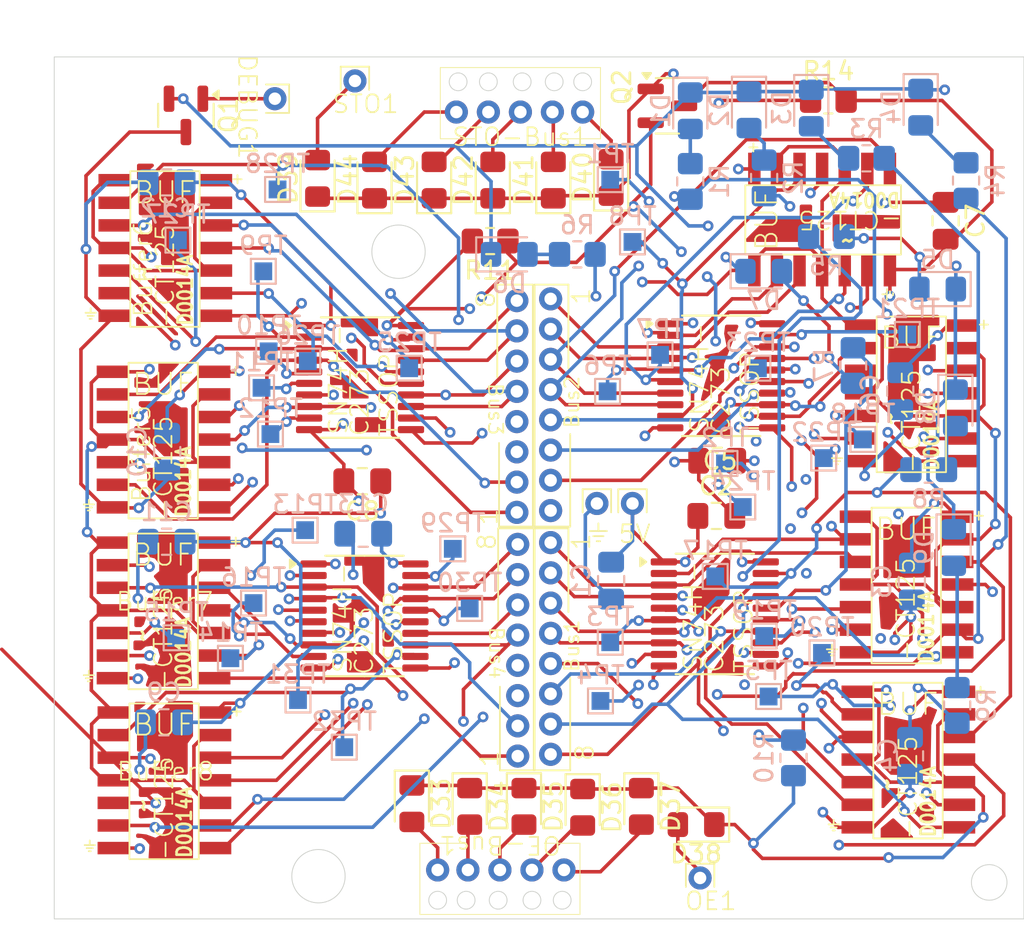
<source format=kicad_pcb>
(kicad_pcb (version 20240108) (generator "pcbnew") (generator_version "8.0")
  (layers (0 "F.Cu" signal) (1 "In1.Cu" signal) (2 "In2.Cu" signal) (31 "B.Cu" signal) (34 "B.Paste" user) (35 "F.Paste" user) (36 "B.SilkS" user "B.Silkscreen") (37 "F.SilkS" user "F.Silkscreen") (38 "B.Mask" user) (39 "F.Mask" user) (44 "Edge.Cuts" user))
  (net 0 "")
  (net 1 "D2")
  (net 2 "I3")
  (net 3 "I2")
  (net 4 "D3")
  (net 5 "I4")
  (net 6 "!OE")
  (net 7 "I1")
  (net 8 "D1")
  (net 9 "D4")
  (net 10 "GND")
  (net 11 "VCC")
  (net 12 "D5")
  (net 13 "D6")
  (net 14 "D8")
  (net 15 "I8")
  (net 16 "D7")
  (net 17 "I5")
  (net 18 "I7")
  (net 19 "I6")
  (net 20 "D11")
  (net 21 "D12")
  (net 22 "I9")
  (net 23 "D10")
  (net 24 "I12")
  (net 25 "D9")
  (net 26 "I10")
  (net 27 "I11")
  (net 28 "I15")
  (net 29 "D15")
  (net 30 "I16")
  (net 31 "I13")
  (net 32 "D14")
  (net 33 "I14")
  (net 34 "D16")
  (net 35 "D13")
  (net 36 "I17")
  (net 37 "I20")
  (net 38 "D18")
  (net 39 "D19")
  (net 40 "D17")
  (net 41 "I19")
  (net 42 "I18")
  (net 43 "D20")
  (net 44 "I22")
  (net 45 "D21")
  (net 46 "I23")
  (net 47 "D22")
  (net 48 "I24")
  (net 49 "D23")
  (net 50 "I21")
  (net 51 "D24")
  (net 52 "I26")
  (net 53 "I27")
  (net 54 "D28")
  (net 55 "I28")
  (net 56 "I25")
  (net 57 "D25")
  (net 58 "D26")
  (net 59 "D27")
  (net 60 "I31")
  (net 61 "I30")
  (net 62 "D30")
  (net 63 "I32")
  (net 64 "D32")
  (net 65 "D29")
  (net 66 "I29")
  (net 67 "D31")
  (net 68 "Net-(D1-A)")
  (net 69 "Net-(D1-K)")
  (net 70 "Net-(D2-A)")
  (net 71 "Net-(D3-A)")
  (net 72 "Net-(D4-A)")
  (net 73 "Net-(D5-A)")
  (net 74 "Net-(D6-A)")
  (net 75 "Net-(D7-A)")
  (net 76 "Net-(D8-A)")
  (net 77 "Net-(D9-A)")
  (net 78 "DEBUG")
  (net 79 "STO")
  (net 80 "Net-(D33-A)")
  (net 81 "Net-(D34-A)")
  (net 82 "Net-(D35-A)")
  (net 83 "Net-(D36-A)")
  (net 84 "Net-(D37-A)")
  (net 85 "Net-(D38-A)")
  (net 86 "Net-(D39-A)")
  (net 87 "Net-(D40-A)")
  (net 88 "Net-(D41-A)")
  (net 89 "Net-(D42-A)")
  (net 90 "Net-(D43-A)")
  (net 91 "Net-(D44-A)")
  (net 92 "STO_BUS")
  (footprint "Diode_SMD:D_0805_2012Metric_Pad1.15x1.40mm_HandSolder" (layer "F.Cu") (at 68.7 32.925 90)
    (property "Reference" "D42")
    (property "Value" "D")
  )
  (footprint "Other:SN74HC273 TSSOP" (layer "F.Cu") (at 81.24 57.585)
    (property "Reference" "Reg1" (hide yes))
    (property "Value" "~")
  )
  (footprint "Diode_SMD:D_0805_2012Metric_Pad1.15x1.40mm_HandSolder" (layer "F.Cu") (at 70.45 68.125 -90)
    (property "Reference" "D35")
    (property "Value" "D")
  )
  (footprint "Diode_SMD:D_0805_2012Metric_Pad1.15x1.40mm_HandSolder" (layer "F.Cu") (at 77.05 68.125 -90)
    (property "Reference" "D37")
    (property "Value" "D")
  )
  (footprint "Diode_SMD:D_0805_2012Metric_Pad1.15x1.40mm_HandSolder" (layer "F.Cu") (at 73.75 68.175 -90)
    (property "Reference" "D36")
    (property "Value" "D")
  )
  (footprint "Other:Single Bit Mini Bus" (layer "F.Cu") (at 56.45 28.35 180)
    (property "Reference" "DEBUG1")
    (property "Value" "~")
  )
  (footprint "Texas Instruments Logic Footprints:SNx4HCT125" (layer "F.Cu") (at 92.021 55.655)
    (property "Reference" "Buffer1" (hide yes))
    (property "Value" "~" (hide yes))
  )
  (footprint "Other:SN74HC273 TSSOP" (layer "F.Cu") (at 61.3 44.3)
    (property "Reference" "Reg3" (hide yes))
    (property "Value" "~")
  )
  (footprint "Other:Single Bit Mini Bus" (layer "F.Cu") (at 74.55 51.1 -90)
    (property "Reference" "0V1" (hide yes))
    (property "Value" "~")
  )
  (footprint "Texas Instruments Logic Footprints:SNx4HCT125" (layer "F.Cu") (at 92.306 44.91)
    (property "Reference" "Buffer4" (hide yes))
    (property "Value" "~")
  )
  (footprint "Other:5 Bit Bus With Passing Holes" (layer "F.Cu") (at 70.1 71.7 90)
    (property "Reference" "OE-Bus1")
    (property "Value" "~")
    (fp_circle (center -1.7 -4.5) (end -1.2 -4.5) (stroke (width 0.05)) (fill none) (layer "Edge.Cuts"))
    (fp_circle (center -1.7 -2.9) (end -1.2 -2.9) (stroke (width 0.05)) (fill none) (layer "Edge.Cuts"))
    (fp_circle (center -1.7 -1.1) (end -1.2 -1.1) (stroke (width 0.05)) (fill none) (layer "Edge.Cuts"))
    (fp_circle (center -1.7 0.8) (end -1.2 0.8) (stroke (width 0.05)) (fill none) (layer "Edge.Cuts"))
    (fp_circle (center -1.7 2.5) (end -1.2 2.5) (stroke (width 0.05)) (fill none) (layer "Edge.Cuts"))
  )
  (footprint "Diode_SMD:D_0805_2012Metric_Pad1.15x1.40mm_HandSolder" (layer "F.Cu") (at 75.35 32.775 90)
    (property "Reference" "D40")
    (property "Value" "D")
  )
  (footprint "Diode_SMD:D_0805_2012Metric_Pad1.15x1.40mm_HandSolder" (layer "F.Cu") (at 62.05 32.925 90)
    (property "Reference" "D44")
    (property "Value" "D")
  )
  (footprint "Texas Instruments Logic Footprints:SNx4HCT125" (layer "F.Cu") (at 92.121 65.495)
    (property "Reference" "Buffer2" (hide yes))
    (property "Value" "~")
  )
  (footprint "Texas Instruments Logic Footprints:SNx4HCT125" (layer "F.Cu") (at 87.21 35.079 90)
    (property "Reference" "Buffer3" (hide yes))
    (property "Value" "~")
  )
  (footprint "Diode_SMD:D_0805_2012Metric_Pad1.15x1.40mm_HandSolder" (layer "F.Cu") (at 67.4 68.125 -90)
    (property "Reference" "D34")
    (property "Value" "D")
  )
  (footprint "Package_TO_SOT_SMD:SOT-23" (layer "F.Cu") (at 78.5125 28.75)
    (property "Reference" "Q2")
    (property "Value" "BC818")
  )
  (footprint "Resistor_SMD:R_0805_2012Metric_Pad1.20x1.40mm_HandSolder" (layer "F.Cu") (at 68.55 36.35 180)
    (property "Reference" "R11")
    (property "Value" "300Ω")
  )
  (footprint "Diode_SMD:D_0805_2012Metric_Pad1.15x1.40mm_HandSolder" (layer "F.Cu") (at 58.85 32.825 90)
    (property "Reference" "D39")
    (property "Value" "D")
  )
  (footprint "Diode_SMD:D_0805_2012Metric_Pad1.15x1.40mm_HandSolder" (layer "F.Cu") (at 64.15 67.975 -90)
    (property "Reference" "D33")
    (property "Value" "D")
  )
  (footprint "Capacitor_SMD:C_0805_2012Metric_Pad1.18x1.45mm_HandSolder" (layer "F.Cu") (at 94.15 35.2125 -90)
    (property "Reference" "C7")
    (property "Value" "C_Small")
  )
  (footprint "Other:SN74HC273 TSSOP" (layer "F.Cu") (at 61.55 57.7)
    (property "Reference" "Reg4" (hide yes))
    (property "Value" "~")
  )
  (footprint "Other:8 Bit Bus Small" (layer "F.Cu") (at 70.1 59.5 180)
    (property "Reference" "Bus4")
    (property "Value" "~")
  )
  (footprint "Other:Single Bit Mini Bus" (layer "F.Cu") (at 60.95 27.35 -90)
    (property "Reference" "STO1")
    (property "Value" "~")
  )
  (footprint "Other:Single Bit Mini Bus" (layer "F.Cu") (at 76.55 51.1 -90)
    (property "Reference" "5V1" (hide yes))
    (property "Value" "~")
  )
  (footprint "Texas Instruments Logic Footprints:SNx4HCT125" (layer "F.Cu") (at 50.256 47.51)
    (property "Reference" "Buffer5")
    (property "Value" "~" (hide yes))
  )
  (footprint "Resistor_SMD:R_0805_2012Metric_Pad1.20x1.40mm_HandSolder" (layer "F.Cu") (at 87.56 28.445)
    (property "Reference" "R14")
    (property "Value" "300Ω")
  )
  (footprint "Other:8 Bit Bus Small" (layer "F.Cu") (at 71.95 45.4)
    (property "Reference" "Bus2")
    (property "Value" "~")
  )
  (footprint "Texas Instruments Logic Footprints:SNx4HCT125" (layer "F.Cu") (at 50.356 36.74)
    (property "Reference" "Buffer6")
    (property "Value" "~")
  )
  (footprint "Other:8 Bit Bus Small" (layer "F.Cu") (at 71.95 59.1)
    (property "Reference" "Bus1")
    (property "Value" "~")
  )
  (footprint "Other:SN74HC273 TSSOP" (layer "F.Cu") (at 81.6 44.2)
    (property "Reference" "Reg2" (hide yes))
    (property "Value" "~")
  )
  (footprint "Diode_SMD:D_0805_2012Metric_Pad1.15x1.40mm_HandSolder" (layer "F.Cu") (at 80.125 69.15 180)
    (property "Reference" "D38")
    (property "Value" "D")
  )
  (footprint "Diode_SMD:D_0805_2012Metric_Pad1.15x1.40mm_HandSolder" (layer "F.Cu") (at 65.4 32.925 90)
    (property "Reference" "D43")
    (property "Value" "D")
  )
  (footprint "Other:Single Bit Mini Bus" (layer "F.Cu") (at 80.35 72.15 -90)
    (property "Reference" "OE1")
    (property "Value" "~")
  )
  (footprint "Other:5 Bit Bus With Passing Holes" (layer "F.Cu") (at 69.25 29.1 -90)
    (property "Reference" "STO-Bus1")
    (property "Value" "~")
    (fp_circle (center -1.7 2.5) (end -1.2 2.5) (stroke (width 0.05)) (fill none) (layer "Edge.Cuts"))
    (fp_circle (center -1.7 0.8) (end -1.2 0.8) (stroke (width 0.05)) (fill none) (layer "Edge.Cuts"))
    (fp_circle (center -1.7 -1.1) (end -1.2 -1.1) (stroke (width 0.05)) (fill none) (layer "Edge.Cuts"))
    (fp_circle (center -1.7 -2.9) (end -1.2 -2.9) (stroke (width 0.05)) (fill none) (layer "Edge.Cuts"))
    (fp_circle (center -1.7 -4.5) (end -1.2 -4.5) (stroke (width 0.05)) (fill none) (layer "Edge.Cuts"))
  )
  (footprint "Texas Instruments Logic Footprints:SNx4HCT125" (layer "F.Cu") (at 50.306 66.66)
    (property "Reference" "Buffer8")
    (property "Value" "~")
  )
  (footprint "Capacitor_SMD:C_0805_2012Metric_Pad1.18x1.45mm_HandSolder" (layer "F.Cu") (at 61.3625 49.85 180)
    (property "Reference" "C8")
    (property "Value" "C_Small")
  )
  (footprint "Diode_SMD:D_0805_2012Metric_Pad1.15x1.40mm_HandSolder" (layer "F.Cu") (at 72.1 32.925 90)
    (property "Reference" "D41")
    (property "Value" "D")
  )
  (footprint "Other:8 Bit Bus Small" (layer "F.Cu") (at 70.05 45.8 180)
    (property "Reference" "Bus3")
    (property "Value" "~")
  )
  (footprint "Capacitor_SMD:C_0805_2012Metric_Pad1.18x1.45mm_HandSolder" (layer "F.Cu") (at 81.2625 51.8)
    (property "Reference" "C2")
    (property "Value" "C_Small")
  )
  (footprint "Texas Instruments Logic Footprints:SNx4HCT125" (layer "F.Cu") (at 50.256 57.11)
    (property "Reference" "Buffer7")
    (property "Value" "~")
  )
  (footprint "Capacitor_SMD:C_0805_2012Metric_Pad1.18x1.45mm_HandSolder" (layer "F.Cu") (at 81.3125 48.7 180)
    (property "Reference" "C5")
    (property "Value" "C_Small")
  )
  (footprint "Package_TO_SOT_SMD:SOT-23" (layer "F.Cu") (at 51.45 29.2875 -90)
    (property "Reference" "Q1")
    (property "Value" "BC818")
  )
  (footprint "LED_SMD:LED_0805_2012Metric_Pad1.15x1.40mm_HandSolder" (layer "B.Cu") (at 69.625 37.1)
    (property "Reference" "D6")
    (property "Value" "LED")
  )
  (footprint "TestPoint:TestPoint_Pad_1.0x1.0mm" (layer "B.Cu") (at 56.1 42.55 180)
    (property "Reference" "TP10")
    (property "Value" "TestPoint_Probe")
  )
  (footprint "TestPoint:TestPoint_Pad_1.0x1.0mm" (layer "B.Cu") (at 78.1 42.75 180)
    (property "Reference" "TP7")
    (property "Value" "TestPoint_Probe")
  )
  (footprint "TestPoint:TestPoint_Pad_1.0x1.0mm" (layer "B.Cu") (at 81.2 55.2 180)
    (property "Reference" "TP17")
    (property "Value" "TestPoint_Probe")
  )
  (footprint "Resistor_SMD:R_0805_2012Metric_Pad1.20x1.40mm_HandSolder" (layer "B.Cu") (at 89.7 31.7 180)
    (property "Reference" "R3")
    (property "Value" "300Ω")
  )
  (footprint "Resistor_SMD:R_0805_2012Metric_Pad1.20x1.40mm_HandSolder" (layer "B.Cu") (at 87.45 36.1)
    (property "Reference" "R5")
    (property "Value" "300Ω")
  )
  (footprint "TestPoint:TestPoint_Pad_1.0x1.0mm" (layer "B.Cu") (at 55.7 44.6 180)
    (property "Reference" "TP11")
    (property "Value" "TestPoint_Probe")
  )
  (footprint "TestPoint:TestPoint_Pad_1.0x1.0mm" (layer "B.Cu") (at 75.3 32.9 180)
    (property "Reference" "TP1")
    (property "Value" "TestPoint_Probe")
  )
  (footprint "LED_SMD:LED_0805_2012Metric_Pad1.15x1.40mm_HandSolder" (layer "B.Cu") (at 79.8 29.025 -90)
    (property "Reference" "D1")
    (property "Value" "LED")
  )
  (footprint "LED_SMD:LED_0805_2012Metric_Pad1.15x1.40mm_HandSolder" (layer "B.Cu") (at 92.75 28.825 -90)
    (property "Reference" "D4")
    (property "Value" "LED")
  )
  (footprint "Capacitor_SMD:C_0805_2012Metric_Pad1.18x1.45mm_HandSolder" (layer "B.Cu") (at 50.3625 33.05 180)
    (property "Reference" "C12")
    (property "Value" "C_Small")
  )
  (footprint "TestPoint:TestPoint_Pad_1.0x1.0mm" (layer "B.Cu") (at 57.75 62.15 180)
    (property "Reference" "TP31")
    (property "Value" "TestPoint_Probe")
  )
  (footprint "Capacitor_SMD:C_0805_2012Metric_Pad1.18x1.45mm_HandSolder" (layer "B.Cu") (at 61.4125 52.8 180)
    (property "Reference" "C13")
    (property "Value" "C_Small")
  )
  (footprint "TestPoint:TestPoint_Pad_1.0x1.0mm" (layer "B.Cu") (at 55.8 38.05 180)
    (property "Reference" "TP9")
    (property "Value" "TestPoint_Probe")
  )
  (footprint "TestPoint:TestPoint_Pad_1.0x1.0mm" (layer "B.Cu") (at 67.4 57 180)
    (property "Reference" "TP30")
    (property "Value" "TestPoint_Probe")
  )
  (footprint "Resistor_SMD:R_0805_2012Metric_Pad1.20x1.40mm_HandSolder" (layer "B.Cu") (at 88.95 43.35 -90)
    (property "Reference" "R7")
    (property "Value" "300Ω")
  )
  (footprint "Resistor_SMD:R_0805_2012Metric_Pad1.20x1.40mm_HandSolder" (layer "B.Cu") (at 93.2 49.2)
    (property "Reference" "R8")
    (property "Value" "300Ω")
  )
  (footprint "TestPoint:TestPoint_Pad_1.0x1.0mm" (layer "B.Cu") (at 56.6 33.45 180)
    (property "Reference" "TP28")
    (property "Value" "TestPoint_Probe")
  )
  (footprint "Capacitor_SMD:C_0805_2012Metric_Pad1.18x1.45mm_HandSolder" (layer "B.Cu") (at 50.2125 63.4 180)
    (property "Reference" "C9")
    (property "Value" "C_Small")
  )
  (footprint "Capacitor_SMD:C_0805_2012Metric_Pad1.18x1.45mm_HandSolder" (layer "B.Cu") (at 92.15 65.2875 -90)
    (property "Reference" "C4")
    (property "Value" "C_Small")
  )
  (footprint "TestPoint:TestPoint_Pad_1.0x1.0mm" (layer "B.Cu") (at 74.75 62.2 180)
    (property "Reference" "TP4")
    (property "Value" "TestPoint_Probe")
  )
  (footprint "TestPoint:TestPoint_Pad_1.0x1.0mm" (layer "B.Cu") (at 87.3 48.55 180)
    (property "Reference" "TP22")
    (property "Value" "TestPoint_Probe")
  )
  (footprint "Capacitor_SMD:C_0805_2012Metric_Pad1.18x1.45mm_HandSolder" (layer "B.Cu") (at 92.25 55.4875 -90)
    (property "Reference" "C3")
    (property "Value" "C_Small")
  )
  (footprint "TestPoint:TestPoint_Pad_1.0x1.0mm" (layer "B.Cu") (at 81.75 48.85 180)
    (property "Reference" "TP2")
    (property "Value" "TestPoint_Probe")
  )
  (footprint "TestPoint:TestPoint_Pad_1.0x1.0mm" (layer "B.Cu") (at 56.2 47.2 180)
    (property "Reference" "TP12")
    (property "Value" "TestPoint_Probe")
  )
  (footprint "TestPoint:TestPoint_Pad_1.0x1.0mm" (layer "B.Cu") (at 84.2 61.95 180)
    (property "Reference" "TP5")
    (property "Value" "TestPoint_Probe")
  )
  (footprint "TestPoint:TestPoint_Pad_1.0x1.0mm" (layer "B.Cu") (at 50.9 58.65 180)
    (property "Reference" "TP15")
    (property "Value" "TestPoint_Probe")
  )
  (footprint "Capacitor_SMD:C_0805_2012Metric_Pad1.18x1.45mm_HandSolder" (layer "B.Cu") (at 50.3625 53.25 180)
    (property "Reference" "C11")
    (property "Value" "C_Small")
  )
  (footprint "TestPoint:TestPoint_Pad_1.0x1.0mm" (layer "B.Cu") (at 60.35 64.8 180)
    (property "Reference" "TP32")
    (property "Value" "TestPoint_Probe")
  )
  (footprint "TestPoint:TestPoint_Pad_1.0x1.0mm" (layer "B.Cu") (at 55.25 56.7 180)
    (property "Reference" "TP16")
    (property "Value" "TestPoint_Probe")
  )
  (footprint "Resistor_SMD:R_0805_2012Metric_Pad1.20x1.40mm_HandSolder" (layer "B.Cu") (at 94.8 62.45 90)
    (property "Reference" "R9")
    (property "Value" "300Ω")
  )
  (footprint "Capacitor_SMD:C_0805_2012Metric_Pad1.18x1.45mm_HandSolder" (layer "B.Cu") (at 91.6 44.7875 -90)
    (property "Reference" "C6")
    (property "Value" "C_Small")
  )
  (footprint "TestPoint:TestPoint_Pad_1.0x1.0mm" (layer "B.Cu") (at 75.15 44.8 180)
    (property "Reference" "TP6")
    (property "Value" "TestPoint_Probe")
  )
  (footprint "TestPoint:TestPoint_Pad_1.0x1.0mm" (layer "B.Cu") (at 64 43.5 180)
    (property "Reference" "TP25")
    (property "Value" "TestPoint_Probe")
  )
  (footprint "Resistor_SMD:R_0805_2012Metric_Pad1.20x1.40mm_HandSolder" (layer "B.Cu") (at 73.45 37.1 180)
    (property "Reference" "R6")
    (property "Value" "300Ω")
  )
  (footprint "TestPoint:TestPoint_Pad_1.0x1.0mm" (layer "B.Cu") (at 82.75 51.3 180)
    (property "Reference" "TP24")
    (property "Value" "TestPoint_Probe")
  )
  (footprint "TestPoint:TestPoint_Pad_1.0x1.0mm" (layer "B.Cu") (at 83.95 58.55 180)
    (property "Reference" "TP19")
    (property "Value" "TestPoint_Probe")
  )
  (footprint "Resistor_SMD:R_0805_2012Metric_Pad1.20x1.40mm_HandSolder" (layer "B.Cu") (at 85.6 65.4 -90)
    (property "Reference" "R10")
    (property "Value" "300Ω")
  )
  (footprint "TestPoint:TestPoint_Pad_1.0x1.0mm" (layer "B.Cu") (at 83.6 43.5 180)
    (property "Reference" "TP23")
    (property "Value" "TestPoint_Probe")
  )
  (footprint "Resistor_SMD:R_0805_2012Metric_Pad1.20x1.40mm_HandSolder" (layer "B.Cu") (at 95.3 32.95 90)
    (property "Reference" "R4")
    (property "Value" "300Ω")
  )
  (footprint "LED_SMD:LED_0805_2012Metric_Pad1.15x1.40mm_HandSolder" (layer "B.Cu") (at 86.6 28.875 -90)
    (property "Reference" "D3")
    (property "Value" "LED")
  )
  (footprint "TestPoint:TestPoint_Pad_1.0x1.0mm" (layer "B.Cu") (at 75.3 58.9 180)
    (property "Reference" "TP3")
    (property "Value" "TestPoint_Probe")
  )
  (footprint "TestPoint:TestPoint_Pad_1.0x1.0mm" (layer "B.Cu") (at 76.55 36.4 180)
    (property "Reference" "TP8")
    (property "Value" "TestPoint_Probe")
  )
  (footprint "Resistor_SMD:R_0805_2012Metric_Pad1.20x1.40mm_HandSolder" (layer "B.Cu") (at 83.95 32.8 90)
    (property "Reference" "R2")
    (property "Value" "300Ω")
  )
  (footprint "TestPoint:TestPoint_Pad_1.0x1.0mm" (layer "B.Cu") (at 58.15 52.6 180)
    (property "Reference" "TP13")
    (property "Value" "TestPoint_Probe")
  )
  (footprint "Capacitor_SMD:C_0805_2012Metric_Pad1.18x1.45mm_HandSolder" (layer "B.Cu") (at 50.4 48.1875 -90)
    (property "Reference" "C10")
    (property "Value" "C_Small")
  )
  (footprint "LED_SMD:LED_0805_2012Metric_Pad1.15x1.40mm_HandSolder" (layer "B.Cu") (at 83.1 28.975 -90)
    (property "Reference" "D2")
    (property "Value" "LED")
  )
  (footprint "TestPoint:TestPoint_Pad_1.0x1.0mm" (layer "B.Cu") (at 89.5 47.5 180)
    (property "Reference" "TP18")
    (property "Value" "TestPoint_Probe")
  )
  (footprint "Resistor_SMD:R_0805_2012Metric_Pad1.20x1.40mm_HandSolder" (layer "B.Cu") (at 79.8 33 90)
    (property "Reference" "R1")
    (property "Value" "300Ω")
  )
  (footprint "TestPoint:TestPoint_Pad_1.0x1.0mm" (layer "B.Cu") (at 53.95 59.8 180)
    (property "Reference" "TP14")
    (property "Value" "TestPoint_Probe")
  )
  (footprint "TestPoint:TestPoint_Pad_1.0x1.0mm" (layer "B.Cu") (at 66.45 53.65 180)
    (property "Reference" "TP29")
    (property "Value" "TestPoint_Probe")
  )
  (footprint "LED_SMD:LED_0805_2012Metric_Pad1.15x1.40mm_HandSolder" (layer "B.Cu") (at 93.7 39.05 180)
    (property "Reference" "D5")
    (property "Value" "LED")
  )
  (footprint "LED_SMD:LED_0805_2012Metric_Pad1.15x1.40mm_HandSolder" (layer "B.Cu") (at 83.925 38.05)
    (property "Reference" "D7")
    (property "Value" "LED")
  )
  (footprint "TestPoint:TestPoint_Pad_1.0x1.0mm" (layer "B.Cu") (at 51 36.3 180)
    (property "Reference" "TP27")
    (property "Value" "TestPoint_Probe")
  )
  (footprint "LED_SMD:LED_0805_2012Metric_Pad1.15x1.40mm_HandSolder" (layer "B.Cu") (at 94.6 53.575 -90)
    (property "Reference" "D9")
    (property "Value" "LED" (hide yes))
  )
  (footprint "Capacitor_SMD:C_0805_2012Metric_Pad1.18x1.45mm_HandSolder" (layer "B.Cu") (at 75.35 55.4375 -90)
    (property "Reference" "C1")
    (property "Value" "C_Small")
  )
  (footprint "TestPoint:TestPoint_Pad_1.0x1.0mm" (layer "B.Cu") (at 87.2 59.5 180)
    (property "Reference" "TP20")
    (property "Value" "TestPoint_Probe")
  )
  (footprint "LED_SMD:LED_0805_2012Metric_Pad1.15x1.40mm_HandSolder" (layer "B.Cu") (at 94.7 45.725 -90)
    (property "Reference" "D8")
    (property "Value" "LED")
  )
  (footprint "TestPoint:TestPoint_Pad_1.0x1.0mm" (layer "B.Cu") (at 92 41.6 180)
    (property "Reference" "TP21")
    (property "Value" "TestPoint_Probe")
  )
  (footprint "TestPoint:TestPoint_Pad_1.0x1.0mm" (layer "B.Cu") (at 58.3 43.1 180)
    (property "Reference" "TP26")
    (property "Value" "TestPoint_Probe")
  )
  (gr_poly (pts (xy 83 36.3) (xy 86.5 36.3) (xy 86.55 34.4) (xy 86.05 34.4) (xy 86.05 35.05) (xy 84.25 35.05)) (stroke (width 0.2)) (fill solid) (layer "F.Cu"))
  (gr_poly (pts (xy 50 43.25) (xy 50 44.25) (xy 50.95 43.25)) (stroke (width 0.2)) (fill solid) (layer "F.Cu"))
  (gr_poly (pts (xy 82.7 60.1) (xy 82.15 60.1) (xy 82.15 59.1) (xy 81.1 60.6) (xy 82.7 60.7)) (stroke (width 0.2)) (fill solid) (layer "F.Cu"))
  (gr_poly (pts (xy 51.75 62.3) (xy 50.55 62.3) (xy 48.8 64.05) (xy 48.8 64.95) (xy 49.05 64.95) (xy 49.25 64.8) (xy 49.6 64.8) (xy 49.9 64.95) (xy 50.1 65.25) (xy 50.1 65.6) (xy 49.9 65.95) (xy 49.6 66.05) (xy 49.45 66.05) (xy 49.45 66.25) (xy 51.45 66.25) (xy 51.45 64.55) (xy 51.75 64.15)) (stroke (width 0.2)) (fill solid) (layer "F.Cu"))
  (gr_poly (pts (xy 50.6 45.45) (xy 51.15 45.8) (xy 51.45 45.8) (xy 51.45 48.35) (xy 50.25 48.35) (xy 48.95 47.05) (xy 48.65 47.05) (xy 48.65 46.85) (xy 49 46.85) (xy 49.45 46.6) (xy 49.4 45.85) (xy 48.9 45.55) (xy 48.9 45.45)) (stroke (width 0.2)) (fill solid) (layer "F.Cu"))
  (gr_poly (pts (xy 81.5 56.7) (xy 80.65 57.6) (xy 80.05 57.1) (xy 80.05 56.1) (xy 81.8 54.25) (xy 81.95 54.3) (xy 81.9 56.15)) (stroke (width 0.2)) (fill solid) (layer "F.Cu"))
  (gr_poly (pts (xy 48.8 52.8) (xy 48.8 54.05) (xy 49.1 54.05) (xy 49.35 54) (xy 49.75 54.1) (xy 50.05 54.45) (xy 50.05 54.95) (xy 49.75 55.2) (xy 50 55.5) (xy 50.15 55.9) (xy 49.9 56.3) (xy 49.6 56.5) (xy 49.4 56.5) (xy 49.35 56.65) (xy 51 56.65) (xy 51.45 57.1) (xy 51.45 55) (xy 51.7 54.8) (xy 51.7 52.8)) (stroke (width 0.2)) (fill solid) (layer "F.Cu"))
  (gr_poly (pts (xy 93.65 45.75) (xy 93.65 45.55) (xy 92.55 45.55) (xy 92.55 43) (xy 93.5 43) (xy 93.5 42.25) (xy 93.1 42.25) (xy 93.1 41.1) (xy 93.7 41) (xy 93.7 40.6) (xy 91.45 40.6) (xy 91.45 41.15) (xy 91.05 41.15) (xy 91 45.3) (xy 91.45 45.75)) (stroke (width 0.2)) (fill solid) (layer "F.Cu"))
  (gr_poly (pts (xy 48.75 40.7) (xy 49.2 41.1) (xy 48.75 41.1)) (stroke (width 0.2)) (fill solid) (layer "F.Cu"))
  (gr_poly (pts (xy 48.65 44.5) (xy 49.8 44.5) (xy 49.95 43.9) (xy 49.55 44.2) (xy 49.15 44.15) (xy 48.85 44.1) (xy 48.65 44.1)) (stroke (width 0.2)) (fill solid) (layer "F.Cu"))
  (gr_poly (pts (xy 81.85 41.15) (xy 82.4 41.15) (xy 81.6 43.25) (xy 81.6 44.2) (xy 80.5 45.25) (xy 80.7 44.4) (xy 81.05 43.3) (xy 80.7 42.85) (xy 81.45 42.7) (xy 81.95 42.3) (xy 81.8 41.55)) (stroke (width 0.2)) (fill solid) (layer "F.Cu"))
  (gr_poly (pts (xy 91.5 35.55) (xy 91.5 35) (xy 87.9 34.95) (xy 87.9 36.3) (xy 88.65 36.3) (xy 88.65 35.55)) (stroke (width 0.2)) (fill solid) (layer "F.Cu"))
  (gr_poly (pts (xy 62.55 60.5) (xy 60.6 60.5) (xy 60.6 59.5) (xy 61.65 59.5)) (stroke (width 0.2)) (fill solid) (layer "F.Cu"))
  (gr_poly (pts (xy 91.5 67.2) (xy 90.65 68.1) (xy 90.65 67.2)) (stroke (width 0.2)) (fill solid) (layer "F.Cu"))
  (gr_poly (pts (xy 93.65 48.3) (xy 93.65 48) (xy 92.55 48) (xy 92.8 48.3)) (stroke (width 0.2)) (fill solid) (layer "F.Cu"))
  (gr_poly (pts (xy 48.9 67.15) (xy 51.1 67.15) (xy 51.75 67.75) (xy 51.75 71) (xy 49.45 71) (xy 49.5 70.25) (xy 49.25 69.95) (xy 49 69.8) (xy 48.75 69.8) (xy 48.75 69.75) (xy 49.2 69.8) (xy 49.75 70) (xy 50.2 69.75) (xy 50.4 69.4) (xy 50.3 69.05) (xy 50 68.7) (xy 49.75 68.65) (xy 48.9 68.7) (xy 48.9 68.35) (xy 49.25 68.35) (xy 49.45 68.5) (xy 49.8 68.6) (xy 50.2 68.5) (xy 50.4 68.1) (xy 50.4 67.8) (xy 50.2 67.5) (xy 49.9 67.3) (xy 49.55 67.3) (xy 49.25 67.5) (xy 48.9 67.5)) (stroke (width 0.2)) (fill solid) (layer "F.Cu"))
  (gr_poly (pts (xy 61 43) (xy 61 42.5) (xy 60.55 42.5)) (stroke (width 0.2)) (fill solid) (layer "F.Cu"))
  (gr_poly (pts (xy 50.35 57.55) (xy 50.6 57.55) (xy 51.55 58.45) (xy 51.7 61.3) (xy 49.3 61.3) (xy 49.45 60.85) (xy 49.25 60.5) (xy 48.9 60.3) (xy 48.7 60.35) (xy 48.7 60.2) (xy 49.1 60.2) (xy 49.45 60.3) (xy 49.7 60.3) (xy 49.95 60.15) (xy 50.1 59.7) (xy 49.95 59.2) (xy 49.55 59) (xy 49.15 59.05) (xy 48.9 59.25) (xy 48.6 59.25) (xy 48.6 58.9) (xy 49.2 58.9) (xy 49.75 58.4) (xy 50 58.35) (xy 50.25 58.1) (xy 50.4 57.85)) (stroke (width 0.2)) (fill solid) (layer "F.Cu"))
  (gr_poly (pts (xy 48.8 32.75) (xy 49.55 32.1) (xy 48.8 32.1)) (stroke (width 0.2)) (fill solid) (layer "F.Cu"))
  (gr_poly (pts (xy 60.85 58.5) (xy 60.75 58.5) (xy 60.75 57.7) (xy 59.8 57.7) (xy 59.8 56.8) (xy 60 57) (xy 60.4 57.05) (xy 60.85 56.7) (xy 60.85 56.25) (xy 60.9 56.25) (xy 61.65 56.95) (xy 61.65 57.1) (xy 60.85 57.15)) (stroke (width 0.2)) (fill solid) (layer "F.Cu"))
  (gr_poly (pts (xy 92.2 69.85) (xy 91.2 68.9) (xy 90.6 69.4) (xy 90.6 69.85)) (stroke (width 0.2)) (fill solid) (layer "F.Cu"))
  (gr_poly (pts (xy 92.45 49.3) (xy 90.75 49.3) (xy 90.75 47.7)) (stroke (width 0.2)) (fill solid) (layer "F.Cu"))
  (gr_poly (pts (xy 48.65 62.35) (xy 49.1 62.35) (xy 48.65 62.7)) (stroke (width 0.2)) (fill solid) (layer "F.Cu"))
  (gr_poly (pts (xy 93.4 68.4) (xy 92.95 68) (xy 92.45 68.4) (xy 92.9 68.85) (xy 93.4 68.85)) (stroke (width 0.2)) (fill solid) (layer "F.Cu"))
  (gr_poly (pts (xy 60.25 40.75) (xy 60.25 41.1) (xy 61.2 41.1) (xy 61.6 41.6) (xy 62.15 41.6) (xy 62.15 40.75)) (stroke (width 0.2)) (fill solid) (layer "F.Cu"))
  (gr_poly (pts (xy 51.5 49.2) (xy 51.55 51.55) (xy 50.75 51.55) (xy 49.4 50.1) (xy 49.35 49.2)) (stroke (width 0.2)) (fill solid) (layer "F.Cu"))
  (gr_poly (pts (xy 62.4 56.5) (xy 61.5 55.55) (xy 61.45 54.5) (xy 60.45 54.5) (xy 60.45 54.15) (xy 62.5 54.15) (xy 62.5 56.55)) (stroke (width 0.2)) (fill solid) (layer "F.Cu"))
  (gr_poly (pts (xy 50.25 32.55) (xy 48.9 33.9) (xy 48.9 34.8) (xy 49.25 34.8) (xy 49.65 35.15) (xy 49.65 35.65) (xy 49.35 36.05) (xy 48.85 36.05) (xy 48.85 36.3) (xy 49.35 36.3) (xy 49.6 36.65) (xy 49.9 36.65) (xy 50.15 36.95) (xy 50.15 37.6) (xy 51.55 37.6) (xy 51.5 34.6) (xy 51.85 34.25) (xy 51.85 32.55)) (stroke (width 0.2)) (fill solid) (layer "F.Cu"))
  (gr_poly (pts (xy 90.55 56.4) (xy 90.55 56.2) (xy 91.15 56.2) (xy 91.85 56.95) (xy 91.6 57.25) (xy 91 58.1) (xy 90.6 58.05) (xy 90.5 56.4)) (stroke (width 0.2)) (fill solid) (layer "F.Cu"))
  (gr_poly (pts (xy 90.8 63.15) (xy 92.05 63.4) (xy 92.85 63.2) (xy 93.2 62.6) (xy 93.55 62.75) (xy 93.25 63.55) (xy 93.2 66.3) (xy 91.1 66.25) (xy 90.6 65.75) (xy 90.8 65.5)) (stroke (width 0.2)) (fill solid) (layer "F.Cu"))
  (gr_poly (pts (xy 60.35 45.1) (xy 60.35 44.35) (xy 59.65 44.35) (xy 59.65 44) (xy 60.5 44) (xy 61.6 45.1)) (stroke (width 0.2)) (fill solid) (layer "F.Cu"))
  (gr_poly (pts (xy 61.05 47) (xy 61.05 46.35) (xy 62.6 46.35) (xy 62.6 47)) (stroke (width 0.2)) (fill solid) (layer "F.Cu"))
  (gr_poly (pts (xy 48.65 57.95) (xy 48.9 57.95) (xy 49 57.85) (xy 49.1 57.55) (xy 48.65 57.55)) (stroke (width 0.2)) (fill solid) (layer "F.Cu"))
  (gr_poly (pts (xy 93.2 51.85) (xy 92.2 51.9) (xy 91.7 52.4) (xy 90.75 52.35) (xy 90.75 55.2) (xy 93.2 55.15)) (stroke (width 0.2)) (fill solid) (layer "F.Cu"))
  (gr_poly (pts (xy 49.4 38.55) (xy 51.6 38.55) (xy 51.6 40.8)) (stroke (width 0.2)) (fill solid) (layer "F.Cu"))
  (gr_poly (pts (xy 50.85 41.55) (xy 50.9 41.55) (xy 48.85 39.45) (xy 48.75 39.45) (xy 50.8 41.5)) (stroke (width 0.2)) (fill solid) (layer "F.Cu"))
  (gr_poly (pts (xy 81.95 47.25) (xy 80.25 47.25) (xy 81.55 45.85) (xy 81.8 46.05) (xy 81.95 46.05)) (stroke (width 0.2)) (fill solid) (layer "F.Cu"))
  (gr_poly (pts (xy 93.7 46.75) (xy 93.7 46.6) (xy 91.35 46.6) (xy 92.1 47.4) (xy 92.35 46.75)) (stroke (width 0.2)) (fill solid) (layer "F.Cu"))
  (gr_poly (pts (xy 63.05 59.05) (xy 62.6 59.05) (xy 62.6 58.1) (xy 62.65 58.15) (xy 63 58.5)) (stroke (width 0.2)) (fill solid) (layer "F.Cu"))
  (gr_circle (center 63.4 36.95) (end 64.9 36.95) (stroke (width 0.05)) (fill none) (layer "Edge.Cuts"))
  (gr_circle (center 58.9 72.05) (end 60.4 72.05) (stroke (width 0.05)) (fill none) (layer "Edge.Cuts"))
  (gr_rect (start 44.05 26) (end 98.55 74.45) (stroke (width 0.05)) (fill none) (layer "Edge.Cuts"))
  (gr_circle (center 96.6 72.4) (end 97.6 72.4) (stroke (width 0.05)) (fill none) (layer "Edge.Cuts"))
  (gr_text "8" (at 68.9 40.2 90) (layer "F.SilkS") (effects (font (size 1 1) (thickness 0.1)) (justify left bottom)))
  (gr_text "1" (at 69.1 66 90) (layer "F.SilkS") (effects (font (size 1 1) (thickness 0.1)) (justify left bottom)))
  (gr_text "1" (at 74.25 40 90) (layer "F.SilkS") (effects (font (size 1 1) (thickness 0.1)) (justify left bottom)))
  (gr_text "1" (at 69.05 52.4 90) (layer "F.SilkS") (effects (font (size 1 1) (thickness 0.1)) (justify left bottom)))
  (gr_text "⏚" (at 73.95 53.35 0) (layer "F.SilkS") (effects (font (size 1 1) (thickness 0.1)) (justify left bottom)))
  (gr_text "5V" (at 75.7 53.4 0) (layer "F.SilkS") (effects (font (size 1 1) (thickness 0.1)) (justify left bottom)))
  (gr_text "1" (at 74.25 53.8 90) (layer "F.SilkS") (effects (font (size 1 1) (thickness 0.1)) (justify left bottom)))
  (gr_text "8" (at 68.95 53.8 90) (layer "F.SilkS") (effects (font (size 1 1) (thickness 0.1)) (justify left bottom)))
  (gr_text "8" (at 74.45 65.65 90) (layer "F.SilkS") (effects (font (size 1 1) (thickness 0.1)) (justify left bottom)))
  (segment (start 73.285 56.335) (end 71.95 55) (width 0.2) (layer "F.Cu") (net 1))
  (segment (start 87.75 58.195) (end 89.1 58.195) (width 0.2) (layer "F.Cu") (net 1))
  (segment (start 79.365205 56.293256) (end 78.356744 56.293256) (width 0.2) (layer "F.Cu") (net 1))
  (segment (start 78.356744 56.293256) (end 78.315 56.335) (width 0.2) (layer "F.Cu") (net 1))
  (segment (start 78.315 56.335) (end 73.285 56.335) (width 0.2) (layer "F.Cu") (net 1))
  (via (at 87.75 58.195) (size 0.6) (drill 0.3) (layers "F.Cu" "B.Cu") (net 1))
  (via (at 79.365205 56.293256) (size 0.6) (drill 0.3) (layers "F.Cu" "B.Cu") (net 1))
  (segment (start 76.9 57.685) (end 78.265 57.685) (width 0.2) (layer "F.Cu") (net 2))
  (segment (start 85.865 60.085) (end 86.735 60.085) (width 0.2) (layer "F.Cu") (net 2))
  (segment (start 86.735 60.085) (end 86.765 60.115) (width 0.2) (layer "F.Cu") (net 2))
  (segment (start 80.267208 58.284265) (end 79.676191 57.693248) (width 0.2) (layer "F.Cu") (net 2))
  (segment (start 95.314597 58.694597) (end 94.815 58.195) (width 0.2) (layer "F.Cu") (net 2))
  (segment (start 92.345 60.115) (end 94.265 58.195) (width 0.2) (layer "F.Cu") (net 2))
  (segment (start 78.265 57.685) (end 78.315 57.635) (width 0.2) (layer "F.Cu") (net 2))
  (segment (start 79.112749 57.693248) (end 79.054501 57.635) (width 0.2) (layer "F.Cu") (net 2))
  (segment (start 79.676191 57.693248) (end 79.112749 57.693248) (width 0.2) (layer "F.Cu") (net 2))
  (segment (start 79.054501 57.635) (end 78.315 57.635) (width 0.2) (layer "F.Cu") (net 2))
  (segment (start 86.765 60.115) (end 92.345 60.115) (width 0.2) (layer "F.Cu") (net 2))
  (segment (start 94.265 58.195) (end 94.815 58.195) (width 0.2) (layer "F.Cu") (net 2))
  (segment (start 95.98567 58.694597) (end 95.314597 58.694597) (width 0.2) (layer "F.Cu") (net 2))
  (via (at 76.9 57.685) (size 0.6) (drill 0.3) (layers "F.Cu" "B.Cu") (net 2))
  (via (at 95.98567 58.694597) (size 0.6) (drill 0.3) (layers "F.Cu" "B.Cu") (net 2))
  (via (at 80.267208 58.284265) (size 0.6) (drill 0.3) (layers "F.Cu" "B.Cu") (net 2))
  (via (at 85.865 60.085) (size 0.6) (drill 0.3) (layers "F.Cu" "B.Cu") (net 2))
  (segment (start 95.98567 36.98567) (end 95.98567 58.694597) (width 0.2) (layer "B.Cu") (net 2))
  (segment (start 76.515 57.685) (end 76.9 57.685) (width 0.2) (layer "B.Cu") (net 2))
  (segment (start 75.3 58.9) (end 76.515 57.685) (width 0.2) (layer "B.Cu") (net 2))
  (segment (start 90.7 31.7) (end 95.98567 36.98567) (width 0.2) (layer "B.Cu") (net 2))
  (segment (start 88.99 57.035) (end 85.515 57.035) (width 0.2) (layer "F.Cu") (net 3))
  (segment (start 78.423248 57.093248) (end 78.315 56.985) (width 0.2) (layer "F.Cu") (net 3))
  (segment (start 89.1 56.925) (end 88.99 57.035) (width 0.2) (layer "F.Cu") (net 3))
  (segment (start 79.361278 57.093248) (end 78.423248 57.093248) (width 0.2) (layer "F.Cu") (net 3))
  (segment (start 89.1 56.925) (end 89.65 56.925) (width 0.2) (layer "F.Cu") (net 3))
  (via (at 86.3 49.75) (size 0.6) (drill 0.3) (layers "F.Cu" "B.Cu") (net 3))
  (via (at 86.324265 55.024265) (size 0.6) (drill 0.3) (layers "F.Cu" "B.Cu") (net 3))
  (via (at 83.376582 49.55) (size 0.6) (drill 0.3) (layers "F.Cu" "B.Cu") (net 3))
  (via (at 85.515 57.035) (size 0.6) (drill 0.3) (layers "F.Cu" "B.Cu") (net 3))
  (via (at 79.361278 57.093248) (size 0.6) (drill 0.3) (layers "F.Cu" "B.Cu") (net 3))
  (via (at 85.4 34.4) (size 0.6) (drill 0.3) (layers "F.Cu" "B.Cu") (net 3))
  (segment (start 84.8 33.8) (end 85.4 34.4) (width 0.2) (layer "B.Cu") (net 3))
  (segment (start 82.676582 48.85) (end 81.75 48.85) (width 0.2) (layer "B.Cu") (net 3))
  (segment (start 83.95 33.8) (end 84.8 33.8) (width 0.2) (layer "B.Cu") (net 3))
  (segment (start 83.376582 49.55) (end 82.676582 48.85) (width 0.2) (layer "B.Cu") (net 3))
  (segment (start 78.367075 58.337075) (end 78.315 58.285) (width 0.2) (layer "F.Cu") (net 4))
  (segment (start 79.46895 58.337075) (end 78.367075 58.337075) (width 0.2) (layer "F.Cu") (net 4))
  (segment (start 73.535 58.285) (end 71.95 56.7) (width 0.2) (layer "F.Cu") (net 4))
  (segment (start 94.590735 59.689265) (end 94.815 59.465) (width 0.2) (layer "F.Cu") (net 4))
  (segment (start 93.619265 59.689265) (end 94.590735 59.689265) (width 0.2) (layer "F.Cu") (net 4))
  (segment (start 78.315 58.285) (end 73.535 58.285) (width 0.2) (layer "F.Cu") (net 4))
  (via (at 93.619265 59.689265) (size 0.6) (drill 0.3) (layers "F.Cu" "B.Cu") (net 4))
  (via (at 79.46895 58.337075) (size 0.6) (drill 0.3) (layers "F.Cu" "B.Cu") (net 4))
  (segment (start 79.46895 58.233994) (end 81.293679 56.409265) (width 0.2) (layer "B.Cu") (net 4))
  (segment (start 90.085 59.635) (end 93.565 59.635) (width 0.2) (layer "B.Cu") (net 4))
  (segment (start 79.46895 58.337075) (end 79.46895 58.233994) (width 0.2) (layer "B.Cu") (net 4))
  (segment (start 86.859265 56.409265) (end 90.085 59.635) (width 0.2) (layer "B.Cu") (net 4))
  (segment (start 93.565 59.635) (end 93.619265 59.689265) (width 0.2) (layer "B.Cu") (net 4))
  (segment (start 81.293679 56.409265) (end 86.859265 56.409265) (width 0.2) (layer "B.Cu") (net 4))
  (segment (start 81.312021 61.832021) (end 81.415 61.935) (width 0.2) (layer "F.Cu") (net 5))
  (segment (start 97.1 53.4) (end 96.115 54.385) (width 0.2) (layer "F.Cu") (net 5))
  (segment (start 76.765 60.085) (end 77.265 59.585) (width 0.2) (layer "F.Cu") (net 5))
  (segment (start 84.665 61.935) (end 85.165 61.435) (width 0.2) (layer "F.Cu") (net 5))
  (segment (start 97.39 55.811471) (end 95.963529 54.385) (width 0.2) (layer "F.Cu") (net 5))
  (segment (start 85.165 61.435) (end 85.165 61.086471) (width 0.2) (layer "F.Cu") (net 5))
  (segment (start 86.429314 60.685) (end 86.599314 60.515) (width 0.2) (layer "F.Cu") (net 5))
  (segment (start 86.599314 60.515) (end 95.615 60.515) (width 0.2) (layer "F.Cu") (net 5))
  (segment (start 76.515 60.085) (end 76.765 60.085) (width 0.2) (layer "F.Cu") (net 5))
  (segment (start 95.615 60.515) (end 97.39 58.74) (width 0.2) (layer "F.Cu") (net 5))
  (segment (start 85.616471 60.685) (end 86.429314 60.685) (width 0.2) (layer "F.Cu") (net 5))
  (segment (start 96.115 54.385) (end 94.815 54.385) (width 0.2) (layer "F.Cu") (net 5))
  (segment (start 85.591471 60.66) (end 85.616471 60.685) (width 0.2) (layer "F.Cu") (net 5))
  (segment (start 95.963529 54.385) (end 94.815 54.385) (width 0.2) (layer "F.Cu") (net 5))
  (segment (start 85.165 61.086471) (end 85.591471 60.66) (width 0.2) (layer "F.Cu") (net 5))
  (segment (start 81.415 61.935) (end 84.665 61.935) (width 0.2) (layer "F.Cu") (net 5))
  (segment (start 77.265 59.585) (end 78.315 59.585) (width 0.2) (layer "F.Cu") (net 5))
  (segment (start 97.39 58.74) (end 97.39 55.811471) (width 0.2) (layer "F.Cu") (net 5))
  (via (at 97.1 53.4) (size 0.6) (drill 0.3) (layers "F.Cu" "B.Cu") (net 5))
  (via (at 76.515 60.085) (size 0.6) (drill 0.3) (layers "F.Cu" "B.Cu") (net 5))
  (via (at 76.89445 61.30555) (size 0.6) (drill 0.3) (layers "F.Cu" "B.Cu") (net 5))
  (via (at 81.312021 61.832021) (size 0.6) (drill 0.3) (layers "F.Cu" "B.Cu") (net 5))
  (segment (start 97.55 52.95) (end 97.1 53.4) (width 0.2) (layer "B.Cu") (net 5))
  (segment (start 74.75 62.2) (end 76 62.2) (width 0.2) (layer "B.Cu") (net 5))
  (segment (start 76 62.2) (end 76.89445 61.30555) (width 0.2) (layer "B.Cu") (net 5))
  (segment (start 95.3 33.95) (end 97.55 36.2) (width 0.2) (layer "B.Cu") (net 5))
  (segment (start 97.55 36.2) (end 97.55 52.95) (width 0.2) (layer "B.Cu") (net 5))
  (segment (start 47.335 57.11) (end 50.86 57.11) (width 0.2) (layer "F.Cu") (net 6))
  (segment (start 47.385 66.66) (end 51.36 66.66) (width 0.2) (layer "F.Cu") (net 6))
  (segment (start 95.1 46.18) (end 95.68 46.18) (width 0.2) (layer "F.Cu") (net 6))
  (segment (start 79.1 67.1) (end 81.15 69.15) (width 0.2) (layer "F.Cu") (net 6))
  (segment (start 93.615 56.585) (end 93.955 56.925) (width 0.2) (layer "F.Cu") (net 6))
  (segment (start 90.3 55.1) (end 89.745 55.655) (width 0.2) (layer "F.Cu") (net 6))
  (segment (start 47.435 36.74) (end 47.985 36.74) (width 0.2) (layer "F.Cu") (net 6))
  (segment (start 47.385 62.85) (end 46.805 62.85) (width 0.2) (layer "F.Cu") (net 6))
  (segment (start 46.805 62.85) (end 46.15 63.505) (width 0.2) (layer "F.Cu") (net 6))
  (segment (start 95.98 46.18) (end 95.1 46.18) (width 0.2) (layer "F.Cu") (net 6))
  (segment (start 67.4 67.1) (end 70.45 67.1) (width 0.2) (layer "F.Cu") (net 6))
  (segment (start 52.66 38.01) (end 53.15 38.01) (width 0.2) (layer "F.Cu") (net 6))
  (segment (start 90.585 44.115) (end 89.79 44.91) (width 0.2) (layer "F.Cu") (net 6))
  (segment (start 46.135 44.32) (end 46.755 43.7) (width 0.2) (layer "F.Cu") (net 6))
  (segment (start 47.335 57.11) (end 46.755 57.11) (width 0.2) (layer "F.Cu") (net 6))
  (segment (start 47.335 43.7) (end 49.25 43.7) (width 0.2) (layer "F.Cu") (net 6))
  (segment (start 50.86 57.11) (end 52.13 58.38) (width 0.2) (layer "F.Cu") (net 6))
  (segment (start 82.3 69.15) (end 83.35 70.2) (width 0.2) (layer "F.Cu") (net 6))
  (segment (start 95.68 42.37) (end 95.1 42.37) (width 0.2) (layer "F.Cu") (net 6))
  (segment (start 50.08 48.78) (end 53.05 48.78) (width 0.2) (layer "F.Cu") (net 6))
  (segment (start 94.335 62.955) (end 94.915 62.955) (width 0.2) (layer "F.Cu") (net 6))
  (segment (start 52.5 58.38) (end 53.05 58.38) (width 0.2) (layer "F.Cu") (net 6))
  (segment (start 89.965 41.1) (end 90.585 41.72) (width 0.2) (layer "F.Cu") (net 6))
  (segment (start 96.085 53.115) (end 96.95 52.25) (width 0.2) (layer "F.Cu") (net 6))
  (segment (start 90.4 62.335) (end 90.4 65.25) (width 0.2) (layer "F.Cu") (net 6))
  (segment (start 76.9 66.95) (end 77.05 67.1) (width 0.2) (layer "F.Cu") (net 6))
  (segment (start 89.2 61.685) (end 89.75 61.685) (width 0.2) (layer "F.Cu") (net 6))
  (segment (start 83.4 37.42) (end 84.02 36.8) (width 0.2) (layer "F.Cu") (net 6))
  (segment (start 46.135 53.92) (end 46.135 56.335) (width 0.2) (layer "F.Cu") (net 6))
  (segment (start 95.68 46.18) (end 96.3 45.56) (width 0.2) (layer "F.Cu") (net 6))
  (segment (start 83.85 71.05) (end 90.9 71.05) (width 0.2) (layer "F.Cu") (net 6))
  (segment (start 84.67 32.285) (end 84.67 31.705) (width 0.2) (layer "F.Cu") (net 6))
  (segment (start 91.02 66.765) (end 94.915 66.765) (width 0.2) (layer "F.Cu") (net 6))
  (segment (start 51.85 57.73) (end 52.5 58.38) (width 0.2) (layer "F.Cu") (net 6))
  (segment (start 92.85 57.286471) (end 91.218529 55.655) (width 0.2) (layer "F.Cu") (net 6))
  (segment (start 46.135 56.335) (end 46.91 57.11) (width 0.2) (layer "F.Cu") (net 6))
  (segment (start 88.48 31.735) (end 88.48 32.285) (width 0.2) (layer "F.Cu") (net 6))
  (segment (start 90.815 61.585) (end 89.3 61.585) (width 0.2) (layer "F.Cu") (net 6))
  (segment (start 48.81 47.51) (end 50.08 48.78) (width 0.2) (layer "F.Cu") (net 6))
  (segment (start 46.755 47.51) (end 46.135 46.89) (width 0.2) (layer "F.Cu") (net 6))
  (segment (start 89.75 61.685) (end 90.4 62.335) (width 0.2) (layer "F.Cu") (net 6))
  (segment (start 89.745 55.655) (end 89.1 55.655) (width 0.2) (layer "F.Cu") (net 6))
  (segment (start 51.36 66.66) (end 52.225 67.525) (width 0.2) (layer "F.Cu") (net 6))
  (segment (start 49.255 38.01) (end 53.15 38.01) (width 0.2) (layer "F.Cu") (net 6))
  (segment (start 89.75 65.495) (end 91.02 66.765) (width 0.2) (layer "F.Cu") (net 6))
  (segment (start 96.267293 68.74185) (end 96.267293 67.567293) (width 0.2) (layer "F.Cu") (net 6))
  (segment (start 93.715 66.115) (end 93.715 63.575) (width 0.2) (layer "F.Cu") (net 6))
  (segment (start 94.815 53.115) (end 96.085 53.115) (width 0.2) (layer "F.Cu") (net 6))
  (segment (start 89.79 44.91) (end 89.385 44.91) (width 0.2) (layer "F.Cu") (net 6))
  (segment (start 86.59 36.8) (end 87.21 37.42) (width 0.2) (layer "F.Cu") (net 6))
  (segment (start 46.855 32.93) (end 46.235 33.55) (width 0.2) (layer "F.Cu") (net 6))
  (segment (start 84.02 36.8) (end 86.59 36.8) (width 0.2) (layer "F.Cu") (net 6))
  (segment (start 51.95 37.3) (end 52.66 38.01) (width 0.2) (layer "F.Cu") (net 6))
  (segment (start 46.835 66.66) (end 47.385 66.66) (width 0.2) (layer "F.Cu") (net 6))
  (segment (start 93.615 53.735) (end 93.615 56.585) (width 0.2) (layer "F.Cu") (net 6))
  (segment (start 47.435 36.74) (end 48.99 36.74) (width 0.2) (layer "F.Cu") (net 6))
  (segment (start 94.815 53.115) (end 94.235 53.115) (width 0.2) (layer "F.Cu") (net 6))
  (segment (start 52.63 67.93) (end 53.1 67.93) (width 0.2) (layer "F.Cu") (net 6))
  (segment (start 47.435 32.93) (end 46.855 32.93) (width 0.2) (layer "F.Cu") (net 6))
  (segment (start 90.9 71.05) (end 90.95 71) (width 0.2) (layer "F.Cu") (net 6))
  (segment (start 46.135 57.73) (end 46.135 61.6) (width 0.2) (layer "F.Cu") (net 6))
  (segment (start 53.1 64.12) (end 52.52 64.12) (width 0.2) (layer "F.Cu") (net 6))
  (segment (start 46.235 33.55) (end 46.235 36.12) (width 0.2) (layer "F.Cu") (net 6))
  (segment (start 89.385 44.91) (end 89.935 44.91) (width 0.2) (layer "F.Cu") (net 6))
  (segment (start 95.465 66.765) (end 94.915 66.765) (width 0.2) (layer "F.Cu") (net 6))
  (segment (start 87.21 34.105) (end 87.21 38) (width 0.2) (layer "F.Cu") (net 6))
  (segment (start 77.1 67.05) (end 77.05 67.1) (width 0.2) (layer "F.Cu") (net 6))
  (segment (start 47.335 47.51) (end 46.755 47.51) (width 0.2) (layer "F.Cu") (net 6))
  (segment (start 94.235 53.115) (end 93.615 53.735) (width 0.2) (layer "F.Cu") (net 6))
  (segment (start 46.855 36.74) (end 47.435 36.74) (width 0.2) (layer "F.Cu") (net 6))
  (segment (start 89.3 61.585) (end 89.2 61.685) (width 0.2) (layer "F.Cu") (net 6))
  (segment (start 48.99 36.74) (end 49.5 37.25) (width 0.2) (layer "F.Cu") (net 6))
  (segment (start 87.21 39.56) (end 88.75 41.1) (width 0.2) (layer "F.Cu") (net 6))
  (segment (start 46.755 53.3) (end 46.135 53.92) (width 0.2) (layer "F.Cu") (net 6))
  (segment (start 94.265 56.925) (end 92.995 55.655) (width 0.2) (layer "F.Cu") (net 6))
  (segment (start 46.15 47.9) (end 46.945 47.9) (width 0.2) (layer "F.Cu") (net 6))
  (segment (start 83.35 70.2) (end 83.35 70.55) (width 0.2) (layer "F.Cu") (net 6))
  (segment (start 88.75 41.1) (end 89.385 41.1) (width 0.2) (layer "F.Cu") (net 6))
  (segment (start 47.335 47.51) (end 48.81 47.51) (width 0.2) (layer "F.Cu") (net 6))
  (segment (start 92.85 58.685) (end 92.85 57.286471) (width 0.2) (layer "F.Cu") (net 6))
  (segment (start 78.401471 38.65) (end 79.101471 39.35) (width 0.2) (layer "F.Cu") (net 6))
  (segment (start 94.52 46.18) (end 95.1 46.18) (width 0.2) (layer "F.Cu") (net 6))
  (segment (start 91.218529 55.655) (end 89.1 55.655) (width 0.2) (layer "F.Cu") (net 6))
  (segment (start 92.995 55.655) (end 89.1 55.655) (width 0.2) (layer "F.Cu") (net 6))
  (segment (start 94.915 66.765) (end 94.365 66.765) (width 0.2) (layer "F.Cu") (net 6))
  (segment (start 90.3 52.495) (end 90.3 55.1) (width 0.2) (layer "F.Cu") (net 6))
  (segment (start 47.985 36.74) (end 49.255 38.01) (width 0.2) (layer "F.Cu") (net 6))
  (segment (start 73.75 67.15) (end 76.534314 67.15) (width 0.2) (layer "F.Cu") (net 6))
  (segment (start 90.155 65.495) (end 89.2 65.495) (width 0.2) (layer "F.Cu") (net 6))
  (segment (start 46.135 46.89) (end 46.135 44.32) (width 0.2) (layer "F.Cu") (net 6))
  (segment (start 51.85 55.22) (end 51.85 57.73) (width 0.2) (layer "F.Cu") (net 6))
  (segment (start 96.267293 67.567293) (end 95.465 66.765) (width 0.2) (layer "F.Cu") (net 6))
  (segment (start 89.385 41.1) (end 89.965 41.1) (width 0.2) (layer "F.Cu") (net 6))
  (segment (start 46.755 57.11) (end 46.135 57.73) (width 0.2) (layer "F.Cu") (net 6))
  (segment (start 73.7 67.1) (end 73.75 67.15) (width 0.2) (layer "F.Cu") (net 6))
  (segment (start 80.75 39.35) (end 82.1 38) (width 0.2) (layer "F.Cu") (net 6))
  (segment (start 89.935 44.91) (end 91.205 46.18) (width 0.2) (layer "F.Cu") (net 6))
  (segment (start 85.325 31.05) (end 87.795 31.05) (width 0.2) (layer "F.Cu") (net 6))
  (segment (start 96.3 42.99) (end 95.68 42.37) (width 0.2) (layer "F.Cu") (net 6))
  (segment (start 67.25 66.95) (end 67.4 67.1) (width 0.2) (layer "F.Cu") (net 6))
  (segment (start 46.135 61.6) (end 47.385 62.85) (width 0.2) (layer "F.Cu") (net 6))
  (segment (start 51.85 45.62) (end 51.85 48.5) (width 0.2) (layer "F.Cu") (net 6))
  (segment (start 81.15 69.15) (end 82.3 69.15) (width 0.2) (layer "F.Cu") (net 6))
  (segment (start 95.1 42.37) (end 94.55 42.37) (width 0.2) (layer "F.Cu") (net 6))
  (segment (start 47.335 53.3) (end 46.755 53.3) (width 0.2) (layer "F.Cu") (net 6))
  (segment (start 82.1 38) (end 83.4 38) (width 0.2) (layer "F.Cu") (net 6))
  (segment (start 90.4 65.25) (end 90.155 65.495) (width 0.2) (layer "F.Cu") (net 6))
  (segment (start 77.1 38.65) (end 78.401471 38.65) (width 0.2) (layer "F.Cu") (net 6))
  (segment (start 70.45 67.1) (end 73.7 67.1) (width 0.2) (layer "F.Cu") (net 6))
  (segment (start 46.5 53.3) (end 45.9 52.7) (width 0.2) (layer "F.Cu") (net 6))
  (segment (start 87.795 31.05) (end 88.48 31.735) (width 0.2) (layer "F.Cu") (net 6))
  (segment (start 87.21 38) (end 87.21 39.56) (width 0.2) (layer "F.Cu") (net 6))
  (segment (start 91.205 46.18) (end 95.1 46.18) (width 0.2) (layer "F.Cu") (net 6))
  (segment (start 94.815 56.925) (end 94.265 56.925) (width 0.2) (layer "F.Cu") (net 6))
  (segment (start 93.955 56.925) (end 94.815 56.925) (width 0.2) (layer "F.Cu") (net 6))
  (segment (start 77.05 67.1) (end 79.1 67.1) (width 0.2) (layer "F.Cu") (net 6))
  (segment (start 94.365 66.765) (end 93.715 66.115) (width 0.2) (layer "F.Cu") (net 6))
  (segment (start 52.13 48.78) (end 53.05 48.78) (width 0.2) (layer "F.Cu") (net 6))
  (segment (start 53.05 54.57) (end 52.5 54.57) (width 0.2) (layer "F.Cu") (net 6))
  (segment (start 79.101471 39.35) (end 80.75 39.35) (width 0.2) (layer "F.Cu") (net 6))
  (segment (start 52.5 54.57) (end 51.85 55.22) (width 0.2) (layer "F.Cu") (net 6))
  (segment (start 51.9 67.2) (end 52.225 67.525) (width 0.2) (layer "F.Cu") (net 6))
  (segment (start 88.48 32.285) (end 88.48 32.835) (width 0.2) (layer "F.Cu") (net 6))
  (segment (start 89.2 65.495) (end 89.75 65.495) (width 0.2) (layer "F.Cu") (net 6))
  (segment (start 93.715 63.575) (end 94.335 62.955) (width 0.2) (layer "F.Cu") (net 6))
  (segment (start 52.225 67.525) (end 52.63 67.93) (width 0.2) (layer "F.Cu") (net 6))
  (segment (start 49.25 43.7) (end 49.4 43.55) (width 0.2) (layer "F.Cu") (net 6))
  (segment (start 46.15 63.505) (end 46.15 65.975) (width 0.2) (layer "F.Cu") (net 6))
  (segment (start 84.67 31.705) (end 85.325 31.05) (width 0.2) (layer "F.Cu") (net 6))
  (segment (start 46.235 36.12) (end 46.855 36.74) (width 0.2) (layer "F.Cu") (net 6))
  (segment (start 52.5 44.97) (end 51.85 45.62) (width 0.2) (layer "F.Cu") (net 6))
  (segment (start 96.95 47.15) (end 95.98 46.18) (width 0.2) (layer "F.Cu") (net 6))
  (segment (start 53.15 34.2) (end 52.57 34.2) (width 0.2) (layer "F.Cu") (net 6))
  (segment (start 89.65 51.845) (end 90.3 52.495) (width 0.2) (layer "F.Cu") (net 6))
  (segment (start 51.95 34.82) (end 51.95 37.3) (width 0.2) (layer "F.Cu") (net 6))
  (segment (start 52.57 34.2) (end 51.95 34.82) (width 0.2) (layer "F.Cu") (net 6))
  (segment (start 52.52 64.12) (end 51.9 64.74) (width 0.2) (layer "F.Cu") (net 6))
  (segment (start 46.945 47.9) (end 47.335 47.51) (width 0.2) (layer "F.Cu") (net 6))
  (segment (start 46.755 43.7) (end 47.335 43.7) (width 0.2) (layer "F.Cu") (net 6))
  (segment (start 83.4 38) (end 83.4 37.42) (width 0.2) (layer "F.Cu") (net 6))
  (segment (start 90.585 41.72) (end 90.585 44.115) (width 0.2) (layer "F.Cu") (net 6))
  (segment (start 88.48 32.835) (end 87.21 34.105) (width 0.2) (layer "F.Cu") (net 6))
  (segment (start 47.335 53.3) (end 46.5 53.3) (width 0.2) (layer "F.Cu") (net 6))
  (segment (start 87.21 37.42) (end 87.21 38) (width 0.2) (layer "F.Cu") (net 6))
  (segment (start 52.13 58.38) (end 53.05 58.38) (width 0.2) (layer "F.Cu") (net 6))
  (segment (start 51.9 64.74) (end 51.9 67.2) (width 0.2) (layer "F.Cu") (net 6))
  (segment (start 64.15 66.95) (end 67.25 66.95) (width 0.2) (layer "F.Cu") (net 6))
  (segment (start 46.91 57.11) (end 47.335 57.11) (width 0.2) (layer "F.Cu") (net 6))
  (segment (start 89.1 51.845) (end 89.65 51.845) (width 0.2) (layer "F.Cu") (net 6))
  (segment (start 96.3 45.56) (end 96.3 42.99) (width 0.2) (layer "F.Cu") (net 6))
  (segment (start 83.35 70.55) (end 83.85 71.05) (width 0.2) (layer "F.Cu") (net 6))
  (segment (start 46.15 65.975) (end 46.835 66.66) (width 0.2) (layer "F.Cu") (net 6))
  (segment (start 53.05 44.97) (end 52.5 44.97) (width 0.2) (layer "F.Cu") (net 6))
  (segment (start 77 67.15) (end 77.05 67.1) (width 0.2) (layer "F.Cu") (net 6))
  (segment (start 51.85 48.5) (end 52.13 48.78) (width 0.2) (layer "F.Cu") (net 6))
  (via (at 45.9 52.7) (size 0.6) (drill 0.3) (layers "F.Cu" "B.Cu") (net 6))
  (via (at 46.15 47.9) (size 0.6) (drill 0.3) (layers "F.Cu" "B.Cu") (net 6))
  (via (at 96.95 47.15) (size 0.6) (drill 0.3) (layers "F.Cu" "B.Cu") (net 6))
  (via (at 96.95 52.25) (size 0.6) (drill 0.3) (layers "F.Cu" "B.Cu") (net 6))
  (via (at 90.95 71) (size 0.6) (drill 0.3) (layers "F.Cu" "B.Cu") (net 6))
  (via (at 90.815 61.585) (size 0.6) (drill 0.3) (layers "F.Cu" "B.Cu") (net 6))
  (via (at 49.5 37.25) (size 0.6) (drill 0.3) (layers "F.Cu" "B.Cu") (net 6))
  (via (at 77.1 38.65) (size 0.6) (drill 0.3) (layers "F.Cu" "B.Cu") (net 6))
  (via (at 96.267293 68.74185) (size 0.6) (drill 0.3) (layers "F.Cu" "B.Cu") (net 6))
  (via (at 92.85 58.685) (size 0.6) (drill 0.3) (layers "F.Cu" "B.Cu") (net 6))
  (via (at 83.35 70.2) (size 0.6) (drill 0.3) (layers "F.Cu" "B.Cu") (net 6))
  (via (at 49.4 43.55) (size 0.6) (drill 0.3) (layers "F.Cu" "B.Cu") (net 6))
  (segment (start 45.9 52.7) (end 45.9 48.15) (width 0.2) (layer "B.Cu") (net 6))
  (segment (start 85.6 67.95) (end 83.35 70.2) (width 0.2) (layer "B.Cu") (net 6))
  (segment (start 96.25 68.75) (end 96.259143 68.75) (width 0.2) (layer "B.Cu") (net 6))
  (segment (start 45.9 48.15) (end 46.15 47.9) (width 0.2) (layer "B.Cu") (net 6))
  (segment (start 90.95 71) (end 94 71) (width 0.2) (layer "B.Cu") (net 6))
  (segment (start 96.259143 68.75) (end 96.267293 68.74185) (width 0.2) (layer "B.Cu") (net 6))
  (segment (start 85.6 66.4) (end 85.6 67.95) (width 0.2) (layer "B.Cu") (net 6))
  (segment (start 96.95 52.25) (end 96.95 47.15) (width 0.2) (layer "B.Cu") (net 6))
  (segment (start 94 71) (end 96.25 68.75) (width 0.2) (layer "B.Cu") (net 6))
  (segment (start 79.713529 55.035) (end 78.315 55.035) (width 0.2) (layer "F.Cu") (net 7))
  (segment (start 87.733778 52.375661) (end 88.473117 53.115) (width 0.2) (layer "F.Cu") (net 7))
  (segment (start 89.1 53.115) (end 81.633529 53.115) (width 0.2) (layer "F.Cu") (net 7))
  (segment (start 88.473117 53.115) (end 89.1 53.115) (width 0.2) (layer "F.Cu") (net 7))
  (segment (start 81.633529 53.115) (end 79.713529 55.035) (width 0.2) (layer "F.Cu") (net 7))
  (via (at 77.482996 34.116269) (size 0.6) (drill 0.3) (layers "F.Cu" "B.Cu") (net 7))
  (via (at 87.733778 52.375661) (size 0.6) (drill 0.3) (layers "F.Cu" "B.Cu") (net 7))
  (via (at 78.907628 33.843842) (size 0.6) (drill 0.3) (layers "F.Cu" "B.Cu") (net 7))
  (via (at 91.5 51.685) (size 0.6) (drill 0.3) (layers "F.Cu" "B.Cu") (net 7))
  (via (at 90.859265 40.459265) (size 0.6) (drill 0.3) (layers "F.Cu" "B.Cu") (net 7))
  (segment (start 90.15 33.815687) (end 90.15 39.6) (width 0.2) (layer "B.Cu") (net 7))
  (segment (start 77.482996 34.116269) (end 76.266727 32.9) (width 0.2) (layer "B.Cu") (net 7))
  (segment (start 79.8 34) (end 80.9 32.9) (width 0.2) (layer "B.Cu") (net 7))
  (segment (start 78.907628 33.843842) (end 79.643842 33.843842) (width 0.2) (layer "B.Cu") (net 7))
  (segment (start 90.15 39.6) (end 90.859265 40.309265) (width 0.2) (layer "B.Cu") (net 7))
  (segment (start 79.643842 33.843842) (end 79.8 34) (width 0.2) (layer "B.Cu") (net 7))
  (segment (start 89.234313 32.9) (end 90.15 33.815687) (width 0.2) (layer "B.Cu") (net 7))
  (segment (start 76.266727 32.9) (end 75.3 32.9) (width 0.2) (layer "B.Cu") (net 7))
  (segment (start 80.9 32.9) (end 89.234313 32.9) (width 0.2) (layer "B.Cu") (net 7))
  (segment (start 90.859265 40.309265) (end 90.859265 40.459265) (width 0.2) (layer "B.Cu") (net 7))
  (segment (start 81.615 53.785) (end 79.715 55.685) (width 0.2) (layer "F.Cu") (net 8))
  (segment (start 83.234044 53.885) (end 83.134044 53.785) (width 0.2) (layer "F.Cu") (net 8))
  (segment (start 79.715 55.685) (end 78.315 55.685) (width 0.2) (layer "F.Cu") (net 8))
  (segment (start 88.6 53.885) (end 83.234044 53.885) (width 0.2) (layer "F.Cu") (net 8))
  (segment (start 74.335 55.685) (end 71.95 53.3) (width 0.2) (layer "F.Cu") (net 8))
  (segment (start 89.1 54.385) (end 88.6 53.885) (width 0.2) (layer "F.Cu") (net 8))
  (segment (start 83.134044 53.785) (end 81.615 53.785) (width 0.2) (layer "F.Cu") (net 8))
  (segment (start 78.315 55.685) (end 74.335 55.685) (width 0.2) (layer "F.Cu") (net 8))
  (segment (start 72.485 58.935) (end 78.315 58.935) (width 0.2) (layer "F.Cu") (net 9))
  (segment (start 96.79 56.06) (end 96.385 55.655) (width 0.2) (layer "F.Cu") (net 9))
  (segment (start 79.615735 59.335735) (end 79.215 58.935) (width 0.2) (layer "F.Cu") (net 9))
  (segment (start 78.23 58.85) (end 78.315 58.935) (width 0.2) (layer "F.Cu") (net 9))
  (segment (start 96.385 55.655) (end 94.815 55.655) (width 0.2) (layer "F.Cu") (net 9))
  (segment (start 79.215 58.935) (end 78.315 58.935) (width 0.2) (layer "F.Cu") (net 9))
  (segment (start 71.95 58.4) (end 72.485 58.935) (width 0.2) (layer "F.Cu") (net 9))
  (via (at 79.615735 59.335735) (size 0.6) (drill 0.3) (layers "F.Cu" "B.Cu") (net 9))
  (via (at 96.79 56.06) (size 0.6) (drill 0.3) (layers "F.Cu" "B.Cu") (net 9))
  (segment (start 45.835 39.5) (end 45.835 36.8) (width 0.2) (layer "F.Cu") (net 10))
  (segment (start 48.82 70.47) (end 48.85 70.5) (width 0.2) (layer "F.Cu") (net 10))
  (segment (start 45.835 32.68) (end 45.835 36.8) (width 0.2) (layer "F.Cu") (net 10))
  (segment (start 59.95 46.95) (end 60.3 46.6) (width 0.2) (layer "F.Cu") (net 10))
  (segment (start 60.325 49.85) (end 60.325 48.9) (width 0.2) (layer "F.Cu") (net 10))
  (segment (start 47.335 60.92) (end 48.72 60.92) (width 0.2) (layer "F.Cu") (net 10))
  (segment (start 58.625 60.35) (end 59.5 60.35) (width 0.2) (layer "F.Cu") (net 10))
  (segment (start 78.979486 48.7) (end 78.914743 48.764743) (width 0.2) (layer "F.Cu") (net 10))
  (segment (start 59.5 60.35) (end 60 59.85) (width 0.2) (layer "F.Cu") (net 10))
  (segment (start 61.15 50.95) (end 61.15 50.675) (width 0.2) (layer "F.Cu") (net 10))
  (segment (start 91.296035 58.764603) (end 91.296035 58.388965) (width 0.2) (layer "F.Cu") (net 10))
  (segment (start 45.55 42.435) (end 45.55 50) (width 0.2) (layer "F.Cu") (net 10))
  (segment (start 88.85 59.715) (end 89.1 59.465) (width 0.2) (layer "F.Cu") (net 10))
  (segment (start 47.365 51.35) (end 47.335 51.32) (width 0.2) (layer "F.Cu") (net 10))
  (segment (start 91.02 39.45) (end 91.02 38) (width 0.2) (layer "F.Cu") (net 10))
  (segment (start 80.755 27.445) (end 87.56 27.445) (width 0.2) (layer "F.Cu") (net 10))
  (segment (start 90.095 69.305) (end 89.2 69.305) (width 0.2) (layer "F.Cu") (net 10))
  (segment (start 80.275 49.775) (end 82.3 51.8) (width 0.2) (layer "F.Cu") (net 10))
  (segment (start 88.56 28.445) (end 88.565 28.45) (width 0.2) (layer "F.Cu") (net 10))
  (segment (start 87.25 68.45) (end 88.105 69.305) (width 0.2) (layer "F.Cu") (net 10))
  (segment (start 45.55 50) (end 46.87 51.32) (width 0.2) (layer "F.Cu") (net 10))
  (segment (start 80.275 48.7) (end 80.275 49.775) (width 0.2) (layer "F.Cu") (net 10))
  (segment (start 88.105 69.305) (end 89.2 69.305) (width 0.2) (layer "F.Cu") (net 10))
  (segment (start 46.87 51.32) (end 47.335 51.32) (width 0.2) (layer "F.Cu") (net 10))
  (segment (start 93.95 28.45) (end 96.75 31.25) (width 0.2) (layer "F.Cu") (net 10))
  (segment (start 47.435 40.55) (end 46.885 40.55) (width 0.2) (layer "F.Cu") (net 10))
  (segment (start 46.885 40.55) (end 45.835 39.5) (width 0.2) (layer "F.Cu") (net 10))
  (segment (start 77.70147 46.85) (end 77.250735 47.300735) (width 0.2) (layer "F.Cu") (net 10))
  (segment (start 96.75 34.15) (end 94.65 36.25) (width 0.2) (layer "F.Cu") (net 10))
  (segment (start 91.07 37.95) (end 91.02 38) (width 0.2) (layer "F.Cu") (net 10))
  (segment (start 89.6 48.935) (end 89.385 48.72) (width 0.2) (layer "F.Cu") (net 10))
  (segment (start 77.722429 61.285) (end 77.722429 60.827571) (width 0.2) (layer "F.Cu") (net 10))
  (segment (start 89.6 49.55) (end 89.6 48.935) (width 0.2) (layer "F.Cu") (net 10))
  (segment (start 92.95 37.95) (end 91.07 37.95) (width 0.2) (layer "F.Cu") (net 10))
  (segment (start 47.385 70.47) (end 48.82 70.47) (width 0.2) (layer "F.Cu") (net 10))
  (segment (start 78.675 46.85) (end 77.70147 46.85) (width 0.2) (layer "F.Cu") (net 10))
  (segment (start 48.29 30.225) (end 45.835 32.68) (width 0.2) (layer "F.Cu") (net 10))
  (segment (start 91.296035 58.388965) (end 92.2 57.485) (width 0.2) (layer "F.Cu") (net 10))
  (segment (start 51.45 30.225) (end 48.29 30.225) (width 0.2) (layer "F.Cu") (net 10))
  (segment (start 92.2 58.75) (end 92.2 57.485) (width 0.2) (layer "F.Cu") (net 10))
  (segment (start 77.722429 60.827571) (end 78.315 60.235) (width 0.2) (layer "F.Cu") (net 10))
  (segment (start 79.45 28.75) (end 80.755 27.445) (width 0.2) (layer "F.Cu") (net 10))
  (segment (start 58.375 46.95) (end 59.95 46.95) (width 0.2) (layer "F.Cu") (net 10))
  (segment (start 92.035 67.365) (end 90.095 69.305) (width 0.2) (layer "F.Cu") (net 10))
  (segment (start 47.435 40.55) (end 45.55 42.435) (width 0.2) (layer "F.Cu") (net 10))
  (segment (start 94.15 36.25) (end 94.15 36.75) (width 0.2) (layer "F.Cu") (net 10))
  (segment (start 94.65 36.25) (end 94.15 36.25) (width 0.2) (layer "F.Cu") (net 10))
  (segment (start 60.325 48.9) (end 58.375 46.95) (width 0.2) (layer "F.Cu") (net 10))
  (segment (start 92.15 67.365) (end 92.035 67.365) (width 0.2) (layer "F.Cu") (net 10))
  (segment (start 61.15 50.675) (end 60.325 49.85) (width 0.2) (layer "F.Cu") (net 10))
  (segment (start 48.72 60.92) (end 48.75 60.95) (width 0.2) (layer "F.Cu") (net 10))
  (segment (start 87.56 27.445) (end 88.56 28.445) (width 0.2) (layer "F.Cu") (net 10))
  (segment (start 94.15 36.75) (end 92.95 37.95) (width 0.2) (layer "F.Cu") (net 10))
  (segment (start 48.8 51.35) (end 47.365 51.35) (width 0.2) (layer "F.Cu") (net 10))
  (segment (start 88.565 28.45) (end 93.95 28.45) (width 0.2) (layer "F.Cu") (net 10))
  (segment (start 89.1 59.465) (end 91.485 59.465) (width 0.2) (layer "F.Cu") (net 10))
  (segment (start 96.75 31.25) (end 96.75 34.15) (width 0.2) (layer "F.Cu") (net 10))
  (segment (start 91.485 59.465) (end 92.2 58.75) (width 0.2) (layer "F.Cu") (net 10))
  (segment (start 80.275 48.7) (end 78.979486 48.7) (width 0.2) (layer "F.Cu") (net 10))
  (via (at 48.75 56.44) (size 0.6) (drill 0.3) (layers "F.Cu" "B.Cu") (net 10))
  (via (at 78.914743 48.764743) (size 0.6) (drill 0.3) (layers "F.Cu" "B.Cu") (net 10))
  (via (at 61.15 50.95) (size 0.6) (drill 0.3) (layers "F.Cu" "B.Cu") (net 10))
  (via (at 48.75 60.95) (size 0.6) (drill 0.3) (layers "F.Cu" "B.Cu") (net 10))
  (via (at 82.85 61.285) (size 0.6) (drill 0.3) (layers "F.Cu" "B.Cu") (net 10))
  (via (at 92.2 57.485) (size 0.6) (drill 0.3) (layers "F.Cu" "B.Cu") (net 10))
  (via (at 92.15 67.365) (size 0.6) (drill 0.3) (layers "F.Cu" "B.Cu") (net 10))
  (via (at 77.722429 61.285) (size 0.6) (drill 0.3) (layers "F.Cu" "B.Cu") (net 10))
  (via (at 48.8 51.35) (size 0.6) (drill 0.3) (layers "F.Cu" "B.Cu") (net 10))
  (via (at 91.296035 58.764603) (size 0.6) (drill 0.3) (layers "F.Cu" "B.Cu") (net 10))
  (via (at 77.250735 47.300735) (size 0.6) (drill 0.3) (layers "F.Cu" "B.Cu") (net 10))
  (via (at 48.85 70.5) (size 0.6) (drill 0.3) (layers "F.Cu" "B.Cu") (net 10))
  (via (at 48.85 66.05) (size 0.6) (drill 0.3) (layers "F.Cu" "B.Cu") (net 10))
  (via (at 60.3 46.6) (size 0.6) (drill 0.3) (layers "F.Cu" "B.Cu") (net 10))
  (via (at 91.02 39.45) (size 0.6) (drill 0.3) (layers "F.Cu" "B.Cu") (net 10))
  (via (at 83.65 64.1) (size 0.6) (drill 0.3) (layers "F.Cu" "B.Cu") (net 10))
  (via (at 60.85 55.1) (size 0.6) (drill 0.3) (layers "F.Cu" "B.Cu") (net 10))
  (via (at 87.25 68.45) (size 0.6) (drill 0.3) (layers "F.Cu" "B.Cu") (net 10))
  (via (at 60 59.85) (size 0.6) (drill 0.3) (layers "F.Cu" "B.Cu") (net 10))
  (via (at 45.835 36.8) (size 0.6) (drill 0.3) (layers "F.Cu" "B.Cu") (net 10))
  (via (at 89.6 49.55) (size 0.6) (drill 0.3) (layers "F.Cu" "B.Cu") (net 10))
  (segment (start 91.7 45.925) (end 91.7 47.148529) (width 0.2) (layer "B.Cu") (net 10))
  (segment (start 48.75 53.825) (end 48.75 56.44) (width 0.2) (layer "B.Cu") (net 10))
  (segment (start 60.85 53.275) (end 60.85 55.1) (width 0.2) (layer "B.Cu") (net 10))
  (segment (start 45.835 34.265) (end 45.835 36.8) (width 0.2) (layer "B.Cu") (net 10))
  (segment (start 92.15 66.325) (end 92.15 67.365) (width 0.2) (layer "B.Cu") (net 10))
  (segment (start 49.175 64.876471) (end 48.85 65.201471) (width 0.2) (layer "B.Cu") (net 10))
  (segment (start 49.325 33.05) (end 47.05 33.05) (width 0.2) (layer "B.Cu") (net 10))
  (segment (start 50.4 49.225) (end 50.4 49.75) (width 0.2) (layer "B.Cu") (net 10))
  (segment (start 91.8 45.825) (end 91.7 45.925) (width 0.2) (layer "B.Cu") (net 10))
  (segment (start 73.900001 55.025001) (end 75.35 56.475) (width 0.2) (layer "B.Cu") (net 10))
  (segment (start 60.375 52.8) (end 60.85 53.275) (width 0.2) (layer "B.Cu") (net 10))
  (segment (start 89.6 49.248529) (end 89.6 49.55) (width 0.2) (layer "B.Cu") (net 10))
  (segment (start 47.05 33.05) (end 45.835 34.265) (width 0.2) (layer "B.Cu") (net 10))
  (segment (start 74.55 51.1) (end 73.900001 51.749999) (width 0.2) (layer "B.Cu") (net 10))
  (segment (start 83.95 64.4) (end 83.65 64.1) (width 0.2) (layer "B.Cu") (net 10))
  (segment (start 49.175 63.4) (end 49.175 64.876471) (width 0.2) (layer "B.Cu") (net 10))
  (segment (start 85.6 64.4) (end 83.95 64.4) (width 0.2) (layer "B.Cu") (net 10))
  (segment (start 91.7 47.148529) (end 89.6 49.248529) (width 0.2) (layer "B.Cu") (net 10))
  (segment (start 92.2 57.485) (end 92.2 56.575) (width 0.2) (layer "B.Cu") (net 10))
  (segment (start 48.85 65.201471) (end 48.85 66.05) (width 0.2) (layer "B.Cu") (net 10))
  (segment (start 49.325 53.25) (end 48.75 53.825) (width 0.2) (layer "B.Cu") (net 10))
  (segment (start 73.900001 51.749999) (end 73.900001 55.025001) (width 0.2) (layer "B.Cu") (net 10))
  (segment (start 50.4 49.75) (end 48.8 51.35) (width 0.2) (layer "B.Cu") (net 10))
  (segment (start 92.2 56.575) (end 92.25 56.525) (width 0.2) (layer "B.Cu") (net 10))
  (segment (start 62.8 41.1) (end 62.75 41.1) (width 0.2) (layer "F.Cu") (net 11))
  (segment (start 94.055 51.085) (end 94.815 51.845) (width 0.2) (layer "F.Cu") (net 11))
  (segment (start 53.623097 62.326903) (end 53.1 62.85) (width 0.2) (layer "F.Cu") (net 11))
  (segment (start 90.775 34.175) (end 90.75 34.2) (width 0.2) (layer "F.Cu") (net 11))
  (segment (start 62.4 49.85) (end 62.4 51.65) (width 0.2) (layer "F.Cu") (net 11))
  (segment (start 84.04 54.385) (end 82.715 54.385) (width 0.2) (layer "F.Cu") (net 11))
  (segment (start 94.15 34.175) (end 90.775 34.175) (width 0.2) (layer "F.Cu") (net 11))
  (segment (start 53.12 32.9) (end 53.15 32.93) (width 0.2) (layer "F.Cu") (net 11))
  (segment (start 56.45 51.65) (end 62.4 51.65) (width 0.2) (layer "F.Cu") (net 11))
  (segment (start 82.5 32.3) (end 83.385 32.3) (width 0.2) (layer "F.Cu") (net 11))
  (segment (start 79.515 54.285) (end 80.225 53.575) (width 0.2) (layer "F.Cu") (net 11))
  (segment (start 92.15 62.75) (end 93.215 61.685) (width 0.2) (layer "F.Cu") (net 11))
  (segment (start 63.1 54.45) (end 64.3 54.45) (width 0.2) (layer "F.Cu") (net 11))
  (segment (start 56.6 53.3) (end 53.05 53.3) (width 0.2) (layer "F.Cu") (net 11))
  (segment (start 79.515 54.385) (end 78.315 54.385) (width 0.2) (layer "F.Cu") (net 11))
  (segment (start 63.696015 40.153985) (end 62.75 41.1) (width 0.2) (layer "F.Cu") (net 11))
  (segment (start 62.75 41.1) (end 64.1 41.1) (width 0.2) (layer "F.Cu") (net 11))
  (segment (start 54.5 62.326903) (end 53.623097 62.326903) (width 0.2) (layer "F.Cu") (net 11))
  (segment (start 93.515 51.085) (end 94.055 51.085) (width 0.2) (layer "F.Cu") (net 11))
  (segment (start 82.35 48.7) (end 83.4 48.7) (width 0.2) (layer "F.Cu") (net 11))
  (segment (start 64.3 54.45) (end 64.35 54.5) (width 0.2) (layer "F.Cu") (net 11))
  (segment (start 54.55 33.75) (end 53.73 32.93) (width 0.2) (layer "F.Cu") (net 11))
  (segment (start 78.675 41) (end 79.9 41) (width 0.2) (layer "F.Cu") (net 11))
  (segment (start 59.6 41.1) (end 59.6 38.8) (width 0.2) (layer "F.Cu") (net 11))
  (segment (start 83.2 40.95) (end 84.35 40.95) (width 0.2) (layer "F.Cu") (net 11))
  (segment (start 58.375 41.1) (end 59.6 41.1) (width 0.2) (layer "F.Cu") (net 11))
  (segment (start 67.403983 40.153985) (end 63.696015 40.153985) (width 0.2) (layer "F.Cu") (net 11))
  (segment (start 84.35 40.95) (end 84.4 41) (width 0.2) (layer "F.Cu") (net 11))
  (segment (start 76.55 52.62) (end 78.315 54.385) (width 0.2) (layer "F.Cu") (net 11))
  (segment (start 52.4 43.7) (end 53.05 43.7) (width 0.2) (layer "F.Cu") (net 11))
  (segment (start 93.215 61.685) (end 94.915 61.685) (width 0.2) (layer "F.Cu") (net 11))
  (segment (start 76.55 51.1) (end 76.55 52.62) (width 0.2) (layer "F.Cu") (net 11))
  (segment (start 79.515 54.385) (end 79.515 54.285) (width 0.2) (layer "F.Cu") (net 11))
  (segment (start 80.225 53.575) (end 80.225 51.8) (width 0.2) (layer "F.Cu") (net 11))
  (segment (start 53.73 32.93) (end 53.15 32.93) (width 0.2) (layer "F.Cu") (net 11))
  (segment (start 59.6 38.8) (end 54.55 33.75) (width 0.2) (layer "F.Cu") (net 11))
  (segment (start 79.9 41) (end 79.95 40.95) (width 0.2) (layer "F.Cu") (net 11))
  (segment (start 58.625 54.5) (end 59.85 54.5) (width 0.2) (layer "F.Cu") (net 11))
  (segment (start 67.55 36.35) (end 62.8 41.1) (width 0.2) (layer "F.Cu") (net 11))
  (segment (start 93.7075 41.6575) (end 94.265 41.1) (width 0.2) (layer "F.Cu") (net 11))
  (segment (start 83.385 32.3) (end 83.4 32.285) (width 0.2) (layer "F.Cu") (net 11))
  (segment (start 94.265 41.1) (end 95.1 41.1) (width 0.2) (layer "F.Cu") (net 11))
  (segment (start 53.05 53.3) (end 54.8 53.3) (width 0.2) (layer "F.Cu") (net 11))
  (segment (start 53.05 43.7) (end 54.4 43.7) (width 0.2) (layer "F.Cu") (net 11))
  (segment (start 54.8 53.3) (end 56.45 51.65) (width 0.2) (layer "F.Cu") (net 11))
  (segment (start 51.1 45) (end 52.4 43.7) (width 0.2) (layer "F.Cu") (net 11))
  (segment (start 54.4 43.7) (end 54.45 43.65) (width 0.2) (layer "F.Cu") (net 11))
  (via (at 82.715 54.385) (size 0.6) (drill 0.3) (layers "F.Cu" "B.Cu") (net 11))
  (via (at 92.15 62.75) (size 0.6) (drill 0.3) (layers "F.Cu" "B.Cu") (net 11))
  (via (at 83.2 40.95) (size 0.6) (drill 0.3) (layers "F.Cu" "B.Cu") (net 11))
  (via (at 54.8 53.3) (size 0.6) (drill 0.3) (layers "F.Cu" "B.Cu") (net 11))
  (via (at 59.85 54.5) (size 0.6) (drill 0.3) (layers "F.Cu" "B.Cu") (net 11))
  (via (at 62.4 51.65) (size 0.6) (drill 0.3) (layers "F.Cu" "B.Cu") (net 11))
  (via (at 59.6 41.1) (size 0.6) (drill 0.3) (layers "F.Cu" "B.Cu") (net 11))
  (via (at 90.75 34.2) (size 0.6) (drill 0.3) (layers "F.Cu" "B.Cu") (net 11))
  (via (at 67.403983 40.153985) (size 0.6) (drill 0.3) (layers "F.Cu" "B.Cu") (net 11))
  (via (at 51.1 45) (size 0.6) (drill 0.3) (layers "F.Cu" "B.Cu") (net 11))
  (via (at 93.515 51.085) (size 0.6) (drill 0.3) (layers "F.Cu" "B.Cu") (net 11))
  (via (at 62.75 41.1) (size 0.6) (drill 0.3) (layers "F.Cu" "B.Cu") (net 11))
  (via (at 79.515 54.385) (size 0.6) (drill 0.3) (layers "F.Cu" "B.Cu") (net 11))
  (via (at 63.1 54.45) (size 0.6) (drill 0.3) (layers "F.Cu" "B.Cu") (net 11))
  (via (at 54.5 62.326903) (size 0.6) (drill 0.3) (layers "F.Cu" "B.Cu") (net 11))
  (via (at 54.45 43.65) (size 0.6) (drill 0.3) (layers "F.Cu" "B.Cu") (net 11))
  (via (at 93.7075 41.6575) (size 0.6) (drill 0.3) (layers "F.Cu" "B.Cu") (net 11))
  (via (at 83.4 48.7) (size 0.6) (drill 0.3) (layers "F.Cu" "B.Cu") (net 11))
  (via (at 82.5 32.3) (size 0.6) (drill 0.3) (layers "F.Cu" "B.Cu") (net 11))
  (via (at 54.55 33.75) (size 0.6) (drill 0.3) (layers "F.Cu" "B.Cu") (net 11))
  (via (at 56.6 53.3) (size 0.6) (drill 0.3) (layers "F.Cu" "B.Cu") (net 11))
  (via (at 79.95 40.95) (size 0.6) (drill 0.3) (layers "F.Cu" "B.Cu") (net 11))
  (segment (start 56.6 53.3) (end 57.904265 54.604265) (width 0.2) (layer "B.Cu") (net 11))
  (segment (start 92.15 64.25) (end 92.15 62.75) (width 0.2) (layer "B.Cu") (net 11))
  (segment (start 54.521626 62.326903) (end 54.5 62.326903) (width 0.2) (layer "B.Cu") (net 11))
  (segment (start 91.8 43.75) (end 91.8 43.565) (width 0.2) (layer "B.Cu") (net 11))
  (segment (start 53.85 33.05) (end 54.55 33.75) (width 0.2) (layer "B.Cu") (net 11))
  (segment (start 57.904265 54.604265) (end 57.904265 58.944264) (width 0.2) (layer "B.Cu") (net 11))
  (segment (start 54.75 53.25) (end 54.8 53.3) (width 0.2) (layer "B.Cu") (net 11))
  (segment (start 50.4 45.7) (end 51.1 45) (width 0.2) (layer "B.Cu") (net 11))
  (segment (start 93.515 51.085) (end 92.25 52.35) (width 0.2) (layer "B.Cu") (net 11))
  (segment (start 51.25 63.4) (end 53.426903 63.4) (width 0.2) (layer "B.Cu") (net 11))
  (segment (start 50.4 47.15) (end 50.4 45.7) (width 0.2) (layer "B.Cu") (net 11))
  (segment (start 51.4 33.05) (end 53.85 33.05) (width 0.2) (layer "B.Cu") (net 11))
  (segment (start 62.45 52.8) (end 62.45 53.8) (width 0.2) (layer "B.Cu") (net 11))
  (segment (start 91.8 43.565) (end 93.7075 41.6575) (width 0.2) (layer "B.Cu") (net 11))
  (segment (start 62.45 53.8) (end 63.1 54.45) (width 0.2) (layer "B.Cu") (net 11))
  (segment (start 92.25 52.35) (end 92.25 54.45) (width 0.2) (layer "B.Cu") (net 11))
  (segment (start 76.55 53.2) (end 75.35 54.4) (width 0.2) (layer "B.Cu") (net 11))
  (segment (start 76.55 51.1) (end 76.55 53.2) (width 0.2) (layer "B.Cu") (net 11))
  (segment (start 57.904265 58.944264) (end 54.521626 62.326903) (width 0.2) (layer "B.Cu") (net 11))
  (segment (start 51.4 53.25) (end 54.75 53.25) (width 0.2) (layer "B.Cu") (net 11))
  (segment (start 53.426903 63.4) (end 54.5 62.326903) (width 0.2) (layer "B.Cu") (net 11))
  (segment (start 85.813103 58.433955) (end 85.416045 58.433955) (width 0.2) (layer "F.Cu") (net 12))
  (segment (start 71.95 60.1) (end 74.6 60.1) (width 0.2) (layer "F.Cu") (net 12))
  (segment (start 87.173235 62.748235) (end 88.65 64.225) (width 0.2) (layer "F.Cu") (net 12))
  (segment (start 88.65 64.225) (end 89.2 64.225) (width 0.2) (layer "F.Cu") (net 12))
  (segment (start 74.6 60.1) (end 76.85 62.35) (width 0.2) (layer "F.Cu") (net 12))
  (segment (start 84.915 58.935) (end 84.04 58.935) (width 0.2) (layer "F.Cu") (net 12))
  (segment (start 85.416045 58.433955) (end 84.915 58.935) (width 0.2) (layer "F.Cu") (net 12))
  (segment (start 88.225 64.225) (end 89.2 64.225) (width 0.2) (layer "F.Cu") (net 12))
  (segment (start 85.912058 58.335) (end 85.813103 58.433955) (width 0.2) (layer "F.Cu") (net 12))
  (segment (start 86.815 58.335) (end 85.912058 58.335) (width 0.2) (layer "F.Cu") (net 12))
  (segment (start 87.591765 64.858235) (end 88.225 64.225) (width 0.2) (layer "F.Cu") (net 12))
  (segment (start 87.173235 62.326765) (end 87.173235 62.748235) (width 0.2) (layer "F.Cu") (net 12))
  (via (at 86.815 58.335) (size 0.6) (drill 0.3) (layers "F.Cu" "B.Cu") (net 12))
  (via (at 76.85 62.35) (size 0.6) (drill 0.3) (layers "F.Cu" "B.Cu") (net 12))
  (via (at 87.591765 64.858235) (size 0.6) (drill 0.3) (layers "F.Cu" "B.Cu") (net 12))
  (via (at 87.173235 62.326765) (size 0.6) (drill 0.3) (layers "F.Cu" "B.Cu") (net 12))
  (segment (start 80.790735 59.860735) (end 82.366471 58.285) (width 0.2) (layer "F.Cu") (net 13))
  (segment (start 88.65 68.035) (end 84.115 63.5) (width 0.2) (layer "F.Cu") (net 13))
  (segment (start 82.366471 58.285) (end 84.04 58.285) (width 0.2) (layer "F.Cu") (net 13))
  (segment (start 84.115 63.5) (end 82.131471 63.5) (width 0.2) (layer "F.Cu") (net 13))
  (segment (start 80.665 59.98647) (end 80.790735 59.860735) (width 0.2) (layer "F.Cu") (net 13))
  (segment (start 81.514265 58.284265) (end 81.515 58.285) (width 0.2) (layer "F.Cu") (net 13))
  (segment (start 82.131471 63.5) (end 80.665 62.033529) (width 0.2) (layer "F.Cu") (net 13))
  (segment (start 81.515 58.285) (end 84.04 58.285) (width 0.2) (layer "F.Cu") (net 13))
  (segment (start 80.665 62.033529) (end 80.665 59.98647) (width 0.2) (layer "F.Cu") (net 13))
  (segment (start 89.2 68.035) (end 88.65 68.035) (width 0.2) (layer "F.Cu") (net 13))
  (segment (start 80.665 59.986471) (end 80.790735 59.860735) (width 0.2) (layer "F.Cu") (net 13))
  (via (at 81.514265 58.284265) (size 0.6) (drill 0.3) (layers "F.Cu" "B.Cu") (net 13))
  (segment (start 71.95 61.8) (end 73.065 60.685) (width 0.2) (layer "B.Cu") (net 13))
  (segment (start 81.514265 58.285735) (end 81.514265 58.284265) (width 0.2) (layer "B.Cu") (net 13))
  (segment (start 79.115 60.685) (end 81.514265 58.285735) (width 0.2) (layer "B.Cu") (net 13))
  (segment (start 73.065 60.685) (end 79.115 60.685) (width 0.2) (layer "B.Cu") (net 13))
  (segment (start 95.785 70.285) (end 88.185 70.285) (width 0.2) (layer "F.Cu") (net 14))
  (segment (start 80.914265 59.135735) (end 80.914265 58.035736) (width 0.2) (layer "F.Cu") (net 14))
  (segment (start 83.265001 55.685) (end 84.04 55.685) (width 0.2) (layer "F.Cu") (net 14))
  (segment (start 80.265 60.085) (end 80.265 59.785) (width 0.2) (layer "F.Cu") (net 14))
  (segment (start 95.495 65.495) (end 97.415 67.415) (width 0.2) (layer "F.Cu") (net 14))
  (segment (start 94.915 65.495) (end 95.495 65.495) (width 0.2) (layer "F.Cu") (net 14))
  (segment (start 88.17 70.3) (end 88.15 70.3) (width 0.2) (layer "F.Cu") (net 14))
  (segment (start 88.185 70.285) (end 88.17 70.3) (width 0.2) (layer "F.Cu") (net 14))
  (segment (start 80.914265 58.035736) (end 83.265001 55.685) (width 0.2) (layer "F.Cu") (net 14))
  (segment (start 75.15 65.2) (end 80.265 60.085) (width 0.2) (layer "F.Cu") (net 14))
  (segment (start 97.415 67.415) (end 97.415 68.655) (width 0.2) (layer "F.Cu") (net 14))
  (segment (start 80.265 62.365) (end 80.265 59.785) (width 0.2) (layer "F.Cu") (net 14))
  (segment (start 81.663214 63.763214) (end 80.265 62.365) (width 0.2) (layer "F.Cu") (net 14))
  (segment (start 80.265 59.785) (end 80.914265 59.135735) (width 0.2) (layer "F.Cu") (net 14))
  (segment (start 71.95 65.2) (end 75.15 65.2) (width 0.2) (layer "F.Cu") (net 14))
  (segment (start 97.415 68.655) (end 95.785 70.285) (width 0.2) (layer "F.Cu") (net 14))
  (segment (start 81.663214 63.880272) (end 81.663214 63.763214) (width 0.2) (layer "F.Cu") (net 14))
  (via (at 88.15 70.3) (size 0.6) (drill 0.3) (layers "F.Cu" "B.Cu") (net 14))
  (via (at 81.663214 63.880272) (size 0.6) (drill 0.3) (layers "F.Cu" "B.Cu") (net 14))
  (segment (start 86.9 52.195) (end 88.61 50.485) (width 0.2) (layer "F.Cu") (net 15))
  (segment (start 85.465 55.035) (end 84.04 55.035) (width 0.2) (layer "F.Cu") (net 15))
  (segment (start 88.61 50.485) (end 96.385 50.485) (width 0.2) (layer "F.Cu") (net 15))
  (segment (start 97.79 51.89) (end 97.79 61.93) (width 0.2) (layer "F.Cu") (net 15))
  (segment (start 97.79 61.93) (end 95.495 64.225) (width 0.2) (layer "F.Cu") (net 15))
  (segment (start 86.9 52.5) (end 86.9 52.195) (width 0.2) (layer "F.Cu") (net 15))
  (segment (start 95.495 64.225) (end 94.915 64.225) (width 0.2) (layer "F.Cu") (net 15))
  (segment (start 96.385 50.485) (end 97.79 51.89) (width 0.2) (layer "F.Cu") (net 15))
  (via (at 90.3 50.485) (size 0.6) (drill 0.3) (layers "F.Cu" "B.Cu") (net 15))
  (via (at 86.9 52.5) (size 0.6) (drill 0.3) (layers "F.Cu" "B.Cu") (net 15))
  (via (at 85.465 55.035) (size 0.6) (drill 0.3) (layers "F.Cu" "B.Cu") (net 15))
  (segment (start 84.7 55.8) (end 85.465 55.035) (width 0.2) (layer "B.Cu") (net 15))
  (segment (start 86.9 52.5) (end 86.9 53.6) (width 0.2) (layer "B.Cu") (net 15))
  (segment (start 81.8 55.8) (end 84.7 55.8) (width 0.2) (layer "B.Cu") (net 15))
  (segment (start 86.9 53.6) (end 85.465 55.035) (width 0.2) (layer "B.Cu") (net 15))
  (segment (start 81.2 55.2) (end 81.8 55.8) (width 0.2) (layer "B.Cu") (net 15))
  (segment (start 91.585 49.2) (end 90.3 50.485) (width 0.2) (layer "B.Cu") (net 15))
  (segment (start 92.2 49.2) (end 91.585 49.2) (width 0.2) (layer "B.Cu") (net 15))
  (segment (start 92.735 69.305) (end 94.915 69.305) (width 0.2) (layer "F.Cu") (net 16))
  (segment (start 82.789265 57.009265) (end 82.789265 56.929779) (width 0.2) (layer "F.Cu") (net 16))
  (segment (start 82.789265 56.929779) (end 83.384044 56.335) (width 0.2) (layer "F.Cu") (net 16))
  (segment (start 91.84 68.41) (end 92.735 69.305) (width 0.2) (layer "F.Cu") (net 16))
  (segment (start 83.384044 56.335) (end 84.04 56.335) (width 0.2) (layer "F.Cu") (net 16))
  (via (at 91.84 68.41) (size 0.6) (drill 0.3) (layers "F.Cu" "B.Cu") (net 16))
  (via (at 82.789265 57.009265) (size 0.6) (drill 0.3) (layers "F.Cu" "B.Cu") (net 16))
  (segment (start 77.663529 62.385) (end 78.515 62.385) (width 0.2) (layer "B.Cu") (net 16))
  (segment (start 71.95 63.5) (end 76.548529 63.5) (width 0.2) (layer "B.Cu") (net 16))
  (segment (start 91.84 68.11) (end 86.965 63.235) (width 0.2) (layer "B.Cu") (net 16))
  (segment (start 79.365 63.235) (end 78.515 62.385) (width 0.2) (layer "B.Cu") (net 16))
  (segment (start 78.515 62.385) (end 82.789265 58.110735) (width 0.2) (layer "B.Cu") (net 16))
  (segment (start 91.84 68.41) (end 91.84 68.11) (width 0.2) (layer "B.Cu") (net 16))
  (segment (start 82.789265 58.110735) (end 82.789265 57.009265) (width 0.2) (layer "B.Cu") (net 16))
  (segment (start 76.548529 63.5) (end 77.663529 62.385) (width 0.2) (layer "B.Cu") (net 16))
  (segment (start 86.965 63.235) (end 79.365 63.235) (width 0.2) (layer "B.Cu") (net 16))
  (segment (start 87.773235 62.223235) (end 87.773235 62.078236) (width 0.2) (layer "F.Cu") (net 17))
  (segment (start 87.276765 61.726765) (end 86.885 61.335) (width 0.2) (layer "F.Cu") (net 17))
  (segment (start 87.773235 62.078236) (end 87.421764 61.726765) (width 0.2) (layer "F.Cu") (net 17))
  (segment (start 88.505 62.955) (end 87.773235 62.223235) (width 0.2) (layer "F.Cu") (net 17))
  (segment (start 87.421764 61.726765) (end 87.276765 61.726765) (width 0.2) (layer "F.Cu") (net 17))
  (segment (start 82.815 59.485) (end 83.94 59.485) (width 0.2) (layer "F.Cu") (net 17))
  (segment (start 86.885 61.335) (end 85.765 61.335) (width 0.2) (layer "F.Cu") (net 17))
  (segment (start 83.94 59.485) (end 84.04 59.585) (width 0.2) (layer "F.Cu") (net 17))
  (segment (start 89.2 62.955) (end 88.505 62.955) (width 0.2) (layer "F.Cu") (net 17))
  (via (at 82.815 59.485) (size 0.6) (drill 0.3) (layers "F.Cu" "B.Cu") (net 17))
  (via (at 82.748529 55.2) (size 0.6) (drill 0.3) (layers "F.Cu" "B.Cu") (net 17))
  (via (at 85.765 61.335) (size 0.6) (drill 0.3) (layers "F.Cu" "B.Cu") (net 17))
  (segment (start 87.2 59.5) (end 87.2 59.9) (width 0.2) (layer "B.Cu") (net 17))
  (segment (start 84.8 41.95) (end 86.048529 40.701471) (width 0.2) (layer "B.Cu") (net 17))
  (segment (start 89.381484 39.031484) (end 86.45 36.1) (width 0.2) (layer "B.Cu") (net 17))
  (segment (start 84.8 53.148529) (end 84.8 41.95) (width 0.2) (layer "B.Cu") (net 17))
  (segment (start 89.019696 40.701471) (end 89.381484 40.339683) (width 0.2) (layer "B.Cu") (net 17))
  (segment (start 87.2 59.9) (end 85.765 61.335) (width 0.2) (layer "B.Cu") (net 17))
  (segment (start 82.748529 55.2) (end 84.8 53.148529) (width 0.2) (layer "B.Cu") (net 17))
  (segment (start 89.381484 40.339683) (end 89.381484 39.031484) (width 0.2) (layer "B.Cu") (net 17))
  (segment (start 86.048529 40.701471) (end 89.019696 40.701471) (width 0.2) (layer "B.Cu") (net 17))
  (segment (start 85.716471 55.985) (end 84.716471 56.985) (width 0.2) (layer "F.Cu") (net 18))
  (segment (start 84.716471 56.985) (end 84.04 56.985) (width 0.2) (layer "F.Cu") (net 18))
  (segment (start 87.415 55.985) (end 85.716471 55.985) (width 0.2) (layer "F.Cu") (net 18))
  (segment (start 94.915 68.035) (end 93.735 68.035) (width 0.2) (layer "F.Cu") (net 18))
  (segment (start 93.735 68.035) (end 93.065 67.365) (width 0.2) (layer "F.Cu") (net 18))
  (via (at 90.500002 58.685) (size 0.6) (drill 0.3) (layers "F.Cu" "B.Cu") (net 18))
  (via (at 87.415 55.985) (size 0.6) (drill 0.3) (layers "F.Cu" "B.Cu") (net 18))
  (via (at 93.065 67.365) (size 0.6) (drill 0.3) (layers "F.Cu" "B.Cu") (net 18))
  (segment (start 88.55 46.45) (end 88.55 54.85) (width 0.2) (layer "B.Cu") (net 18))
  (segment (start 89.5 47.5) (end 88.55 46.55) (width 0.2) (layer "B.Cu") (net 18))
  (segment (start 89.95 44.934744) (end 88.55 46.334744) (width 0.2) (layer "B.Cu") (net 18))
  (segment (start 88.55 46.55) (end 88.55 46.45) (width 0.2) (layer "B.Cu") (net 18))
  (segment (start 88.55 46.334744) (end 88.55 46.45) (width 0.2) (layer "B.Cu") (net 18))
  (segment (start 88.95 42.35) (end 89.95 43.35) (width 0.2) (layer "B.Cu") (net 18))
  (segment (start 88.55 54.85) (end 87.415 55.985) (width 0.2) (layer "B.Cu") (net 18))
  (segment (start 89.95 43.35) (end 89.95 44.934744) (width 0.2) (layer "B.Cu") (net 18))
  (segment (start 86.15 62.6) (end 86.15 64.265) (width 0.2) (layer "F.Cu") (net 19))
  (segment (start 85.967887 57.694467) (end 85.90842 57.635) (width 0.2) (layer "F.Cu") (net 19))
  (segment (start 85.90842 57.635) (end 84.04 57.635) (width 0.2) (layer "F.Cu") (net 19))
  (segment (start 88.65 66.765) (end 89.2 66.765) (width 0.2) (layer "F.Cu") (net 19))
  (segment (start 86.15 64.265) (end 88.65 66.765) (width 0.2) (layer "F.Cu") (net 19))
  (via (at 74.5 39.45) (size 0.6) (drill 0.3) (layers "F.Cu" "B.Cu") (net 19))
  (via (at 85.967887 57.694467) (size 0.6) (drill 0.3) (layers "F.Cu" "B.Cu") (net 19))
  (via (at 86.15 62.6) (size 0.6) (drill 0.3) (layers "F.Cu" "B.Cu") (net 19))
  (segment (start 74.45 39.4) (end 74.5 39.45) (width 0.2) (layer "B.Cu") (net 19))
  (segment (start 74.45 37.1) (end 74.45 39.4) (width 0.2) (layer "B.Cu") (net 19))
  (segment (start 85.112354 58.55) (end 85.967887 57.694467) (width 0.2) (layer "B.Cu") (net 19))
  (segment (start 83.95 58.55) (end 85.112354 58.55) (width 0.2) (layer "B.Cu") (net 19))
  (segment (start 73.85 44.9) (end 78.675 44.9) (width 0.2) (layer "F.Cu") (net 20))
  (segment (start 71.95 43) (end 73.85 44.9) (width 0.2) (layer "F.Cu") (net 20))
  (segment (start 82.95 30.65) (end 75.55 38.05) (width 0.2) (layer "F.Cu") (net 20))
  (segment (start 91.02 31.735) (end 89.935 30.65) (width 0.2) (layer "F.Cu") (net 20))
  (segment (start 89.935 30.65) (end 82.95 30.65) (width 0.2) (layer "F.Cu") (net 20))
  (segment (start 91.02 32.285) (end 91.02 31.735) (width 0.2) (layer "F.Cu") (net 20))
  (via (at 75.55 38.05) (size 0.6) (drill 0.3) (layers "F.Cu" "B.Cu") (net 20))
  (segment (start 75.55 38.05) (end 75.55 39.4) (width 0.2) (layer "B.Cu") (net 20))
  (segment (start 75.55 39.4) (end 71.95 43) (width 0.2) (layer "B.Cu") (net 20))
  (segment (start 87.21 32.99) (end 86.55 33.65) (width 0.2) (layer "F.Cu") (net 21))
  (segment (start 87.21 32.285) (end 87.21 32.99) (width 0.2) (layer "F.Cu") (net 21))
  (segment (start 71.95 44.7) (end 72.8 45.55) (width 0.2) (layer "F.Cu") (net 21))
  (segment (start 72.8 45.55) (end 78.675 45.55) (width 0.2) (layer "F.Cu") (net 21))
  (via (at 76.9 37.75) (size 0.6) (drill 0.3) (layers "F.Cu" "B.Cu") (net 21))
  (via (at 86.55 33.65) (size 0.6) (drill 0.3) (layers "F.Cu" "B.Cu") (net 21))
  (segment (start 75.95 40.7) (end 71.95 44.7) (width 0.2) (layer "B.Cu") (net 21))
  (segment (start 75.95 38.7) (end 75.95 40.7) (width 0.2) (layer "B.Cu") (net 21))
  (segment (start 76.9 37.75) (end 75.95 38.7) (width 0.2) (layer "B.Cu") (net 21))
  (segment (start 86.076471 51.626471) (end 86.9 50.802942) (width 0.2) (layer "F.Cu") (net 22))
  (segment (start 82.148529 39.6) (end 80.098529 41.65) (width 0.2) (layer "F.Cu") (net 22))
  (segment (start 86.9 50.802942) (end 86.9 48.411203) (width 0.2) (layer "F.Cu") (net 22))
  (segment (start 84.67 38.58) (end 83.65 39.6) (width 0.2) (layer "F.Cu") (net 22))
  (segment (start 86.9 48.411203) (end 86.042457 47.55366) (width 0.2) (layer "F.Cu") (net 22))
  (segment (start 80.098529 41.65) (end 78.675 41.65) (width 0.2) (layer "F.Cu") (net 22))
  (segment (start 77.399265 41.500735) (end 78.525735 41.500735) (width 0.2) (layer "F.Cu") (net 22))
  (segment (start 84.67 38) (end 84.67 38.58) (width 0.2) (layer "F.Cu") (net 22))
  (segment (start 83.65 39.6) (end 82.148529 39.6) (width 0.2) (layer "F.Cu") (net 22))
  (segment (start 78.525735 41.500735) (end 78.675 41.65) (width 0.2) (layer "F.Cu") (net 22))
  (via (at 86.042457 47.55366) (size 0.6) (drill 0.3) (layers "F.Cu" "B.Cu") (net 22))
  (via (at 86.076471 51.626471) (size 0.6) (drill 0.3) (layers "F.Cu" "B.Cu") (net 22))
  (via (at 91.05 62.45) (size 0.6) (drill 0.3) (layers "F.Cu" "B.Cu") (net 22))
  (via (at 77.399265 41.500735) (size 0.6) (drill 0.3) (layers "F.Cu" "B.Cu") (net 22))
  (via (at 92.6 61.451472) (size 0.6) (drill 0.3) (layers "F.Cu" "B.Cu") (net 22))
  (via (at 83.5 47.6) (size 0.6) (drill 0.3) (layers "F.Cu" "B.Cu") (net 22))
  (via (at 87.804919 61.265036) (size 0.6) (drill 0.3) (layers "F.Cu" "B.Cu") (net 22))
  (segment (start 86.701471 61.95) (end 87.386435 61.265036) (width 0.2) (layer "B.Cu") (net 22))
  (segment (start 94.8 63.45) (end 92.801472 61.451472) (width 0.2) (layer "B.Cu") (net 22))
  (segment (start 87.386435 61.265036) (end 87.804919 61.265036) (width 0.2) (layer "B.Cu") (net 22))
  (segment (start 92.801472 61.451472) (end 92.6 61.451472) (width 0.2) (layer "B.Cu") (net 22))
  (segment (start 88.989883 62.45) (end 87.804919 61.265036) (width 0.2) (layer "B.Cu") (net 22))
  (segment (start 84.2 61.95) (end 86.701471 61.95) (width 0.2) (layer "B.Cu") (net 22))
  (segment (start 91.05 62.45) (end 88.989883 62.45) (width 0.2) (layer "B.Cu") (net 22))
  (segment (start 78.725 42.9) (end 78.675 42.95) (width 0.2) (layer "F.Cu") (net 23))
  (segment (start 71.95 41.3) (end 73.6 42.95) (width 0.2) (layer "F.Cu") (net 23))
  (segment (start 73.6 42.95) (end 78.675 42.95) (width 0.2) (layer "F.Cu") (net 23))
  (segment (start 89.273846 40.091154) (end 88.781484 40.091154) (width 0.2) (layer "F.Cu") (net 23))
  (segment (start 89.75 39.615) (end 89.273846 40.091154) (width 0.2) (layer "F.Cu") (net 23))
  (segment (start 89.75 38) (end 89.75 39.615) (width 0.2) (layer "F.Cu") (net 23))
  (segment (start 79.9 42.9) (end 78.725 42.9) (width 0.2) (layer "F.Cu") (net 23))
  (via (at 79.9 42.9) (size 0.6) (drill 0.3) (layers "F.Cu" "B.Cu") (net 23))
  (via (at 88.781484 40.091154) (size 0.6) (drill 0.3) (layers "F.Cu" "B.Cu") (net 23))
  (segment (start 85.94 32.865) (end 85.32 33.485) (width 0.2) (layer "F.Cu") (net 24))
  (segment (start 79.925735 45.605221) (end 79.330956 46.2) (width 0.2) (layer "F.Cu") (net 24))
  (segment (start 85.32 33.485) (end 84.665 33.485) (width 0.2) (layer "F.Cu") (net 24))
  (segment (start 85.94 32.285) (end 85.94 32.865) (width 0.2) (layer "F.Cu") (net 24))
  (segment (start 79.4 38.75) (end 79.35 38.75) (width 0.2) (layer "F.Cu") (net 24))
  (segment (start 78.25 37.65) (end 79.35 38.75) (width 0.2) (layer "F.Cu") (net 24))
  (segment (start 79.330956 46.2) (end 78.675 46.2) (width 0.2) (layer "F.Cu") (net 24))
  (segment (start 84.665 33.485) (end 79.4 38.75) (width 0.2) (layer "F.Cu") (net 24))
  (segment (start 78.25 37.6) (end 78.25 37.65) (width 0.2) (layer "F.Cu") (net 24))
  (segment (start 79.925735 44.625735) (end 79.925735 45.605221) (width 0.2) (layer "F.Cu") (net 24))
  (via (at 79.925735 44.625735) (size 0.6) (drill 0.3) (layers "F.Cu" "B.Cu") (net 24))
  (via (at 78.25 37.6) (size 0.6) (drill 0.3) (layers "F.Cu" "B.Cu") (net 24))
  (via (at 79.35 38.75) (size 0.6) (drill 0.3) (layers "F.Cu" "B.Cu") (net 24))
  (segment (start 79.3 44) (end 79.925735 44.625735) (width 0.2) (layer "B.Cu") (net 24))
  (segment (start 76.55 36.4) (end 77.05 36.4) (width 0.2) (layer "B.Cu") (net 24))
  (segment (start 79.3 39.25) (end 79.3 44) (width 0.2) (layer "B.Cu") (net 24))
  (segment (start 79.35 38.75) (end 79.35 39.2) (width 0.2) (layer "B.Cu") (net 24))
  (segment (start 77.05 36.4) (end 78.25 37.6) (width 0.2) (layer "B.Cu") (net 24))
  (segment (start 79.35 39.2) (end 79.3 39.25) (width 0.2) (layer "B.Cu") (net 24))
  (segment (start 80.014215 42.3) (end 78.675 42.3) (width 0.2) (layer "F.Cu") (net 25))
  (segment (start 85.94 38) (end 85.94 38.55) (width 0.2) (layer "F.Cu") (net 25))
  (segment (start 81.964215 40.35) (end 80.014215 42.3) (width 0.2) (layer "F.Cu") (net 25))
  (segment (start 71.95 39.6) (end 74.65 42.3) (width 0.2) (layer "F.Cu") (net 25))
  (segment (start 84.14 40.35) (end 81.964215 40.35) (width 0.2) (layer "F.Cu") (net 25))
  (segment (start 74.65 42.3) (end 78.675 42.3) (width 0.2) (layer "F.Cu") (net 25))
  (segment (start 85.94 38.55) (end 84.14 40.35) (width 0.2) (layer "F.Cu") (net 25))
  (segment (start 88.48 39.27) (end 88.15 39.6) (width 0.2) (layer "F.Cu") (net 26))
  (segment (start 75.65 43.6) (end 75.7 43.55) (width 0.2) (layer "F.Cu") (net 26))
  (segment (start 75.7 43.55) (end 78.625 43.55) (width 0.2) (layer "F.Cu") (net 26))
  (segment (start 80.3 43.6) (end 78.675 43.6) (width 0.2) (layer "F.Cu") (net 26))
  (segment (start 78.625 43.55) (end 78.675 43.6) (width 0.2) (layer "F.Cu") (net 26))
  (segment (start 88.48 38) (end 88.48 39.27) (width 0.2) (layer "F.Cu") (net 26))
  (via (at 88.15 39.6) (size 0.6) (drill 0.3) (layers "F.Cu" "B.Cu") (net 26))
  (via (at 75.65 43.6) (size 0.6) (drill 0.3) (layers "F.Cu" "B.Cu") (net 26))
  (via (at 80.3 43.6) (size 0.6) (drill 0.3) (layers "F.Cu" "B.Cu") (net 26))
  (segment (start 83.15 41.85) (end 84.4 41.85) (width 0.2) (layer "B.Cu") (net 26))
  (segment (start 84.4 41.784314) (end 85.882843 40.301471) (width 0.2) (layer "B.Cu") (net 26))
  (segment (start 80.3 43.6) (end 81 42.9) (width 0.2) (layer "B.Cu") (net 26))
  (segment (start 75.15 44.8) (end 75.15 44.1) (width 0.2) (layer "B.Cu") (net 26))
  (segment (start 85.882843 40.301471) (end 87.198529 40.301471) (width 0.2) (layer "B.Cu") (net 26))
  (segment (start 87.9 39.6) (end 88.15 39.6) (width 0.2) (layer "B.Cu") (net 26))
  (segment (start 75.15 44.1) (end 75.65 43.6) (width 0.2) (layer "B.Cu") (net 26))
  (segment (start 81 42.9) (end 82.1 42.9) (width 0.2) (layer "B.Cu") (net 26))
  (segment (start 84.4 41.85) (end 84.4 41.784314) (width 0.2) (layer "B.Cu") (net 26))
  (segment (start 82.1 42.9) (end 83.15 41.85) (width 0.2) (layer "B.Cu") (net 26))
  (segment (start 87.198529 40.301471) (end 87.9 39.6) (width 0.2) (layer "B.Cu") (net 26))
  (segment (start 89.75 33.3) (end 88.95 34.1) (width 0.2) (layer "F.Cu") (net 27))
  (segment (start 78.575 44.15) (end 78.675 44.25) (width 0.2) (layer "F.Cu") (net 27))
  (segment (start 77.3 44.15) (end 78.575 44.15) (width 0.2) (layer "F.Cu") (net 27))
  (segment (start 89.75 32.285) (end 89.75 33.3) (width 0.2) (layer "F.Cu") (net 27))
  (via (at 77.3 44.15) (size 0.6) (drill 0.3) (layers "F.Cu" "B.Cu") (net 27))
  (via (at 88.95 34.1) (size 0.6) (drill 0.3) (layers "F.Cu" "B.Cu") (net 27))
  (segment (start 76.2 43.2) (end 77.15 44.15) (width 0.2) (layer "B.Cu") (net 27))
  (segment (start 77.15 44.15) (end 77.3 44.15) (width 0.2) (layer "B.Cu") (net 27))
  (segment (start 78.1 43.35) (end 77.3 44.15) (width 0.2) (layer "B.Cu") (net 27))
  (segment (start 87.518516 35.031484) (end 82.218516 35.031484) (width 0.2) (layer "B.Cu") (net 27))
  (segment (start 76.2 41.05) (end 76.2 43.2) (width 0.2) (layer "B.Cu") (net 27))
  (segment (start 78.1 42.75) (end 78.1 43.35) (width 0.2) (layer "B.Cu") (net 27))
  (segment (start 88.95 34.1) (end 88.45 34.1) (width 0.2) (layer "B.Cu") (net 27))
  (segment (start 82.218516 35.031484) (end 76.2 41.05) (width 0.2) (layer "B.Cu") (net 27))
  (segment (start 88.45 34.1) (end 87.518516 35.031484) (width 0.2) (layer "B.Cu") (net 27))
  (segment (start 95.1 47.45) (end 93.015 47.45) (width 0.2) (layer "F.Cu") (net 28))
  (segment (start 93.015 47.45) (end 92.915 47.35) (width 0.2) (layer "F.Cu") (net 28))
  (segment (start 84.45 43.55) (end 84.4 43.6) (width 0.2) (layer "F.Cu") (net 28))
  (segment (start 85.7 43.55) (end 84.45 43.55) (width 0.2) (layer "F.Cu") (net 28))
  (via (at 92.915 47.35) (size 0.6) (drill 0.3) (layers "F.Cu" "B.Cu") (net 28))
  (via (at 87.95 48.05) (size 0.6) (drill 0.3) (layers "F.Cu" "B.Cu") (net 28))
  (via (at 85.7 43.55) (size 0.6) (drill 0.3) (layers "F.Cu" "B.Cu") (net 28))
  (segment (start 87.95 48.05) (end 87.8 48.05) (width 0.2) (layer "B.Cu") (net 28))
  (segment (start 87.8 48.05) (end 87.3 48.55) (width 0.2) (layer "B.Cu") (net 28))
  (segment (start 82.4 44.1) (end 81.463235 45.036765) (width 0.2) (layer "F.Cu") (net 29))
  (segment (start 77.030956 49.8) (end 71.95 49.8) (width 0.2) (layer "F.Cu") (net 29))
  (segment (start 82.85 43.65) (end 82.85 43.748529) (width 0.2) (layer "F.Cu") (net 29))
  (segment (start 92.52 48.72) (end 90.9 47.1) (width 0.2) (layer "F.Cu") (net 29))
  (segment (start 84.4 42.95) (end 83.55 42.95) (width 0.2) (layer "F.Cu") (net 29))
  (segment (start 82.85 43.748529) (end 82.498529 44.1) (width 0.2) (layer "F.Cu") (net 29))
  (segment (start 81.463235 45.036765) (end 81.463235 45.367721) (width 0.2) (layer "F.Cu") (net 29))
  (segment (start 81.463235 45.367721) (end 77.030956 49.8) (width 0.2) (layer "F.Cu") (net 29))
  (segment (start 82.498529 44.1) (end 82.4 44.1) (width 0.2) (layer "F.Cu") (net 29))
  (segment (start 95.1 48.72) (end 92.52 48.72) (width 0.2) (layer "F.Cu") (net 29))
  (segment (start 83.55 42.95) (end 82.85 43.65) (width 0.2) (layer "F.Cu") (net 29))
  (segment (start 86.75 42.95) (end 84.4 42.95) (width 0.2) (layer "F.Cu") (net 29))
  (via (at 86.75 42.95) (size 0.6) (drill 0.3) (layers "F.Cu" "B.Cu") (net 29))
  (via (at 90.9 47.1) (size 0.6) (drill 0.3) (layers "F.Cu" "B.Cu") (net 29))
  (segment (start 86.053098 41.608975) (end 84.441025 41.608975) (width 0.2) (layer "F.Cu") (net 30))
  (segment (start 95.1 43.64) (end 93.19 43.64) (width 0.2) (layer "F.Cu") (net 30))
  (segment (start 84.441025 41.608975) (end 84.4 41.65) (width 0.2) (layer "F.Cu") (net 30))
  (segment (start 93.19 43.64) (end 93.15 43.6) (width 0.2) (layer "F.Cu") (net 30))
  (via (at 93.15 43.6) (size 0.6) (drill 0.3) (layers "F.Cu" "B.Cu") (net 30))
  (via (at 86.053098 41.608975) (size 0.6) (drill 0.3) (layers "F.Cu" "B.Cu") (net 30))
  (segment (start 91.85 41.45) (end 86.212073 41.45) (width 0.2) (layer "B.Cu") (net 30))
  (segment (start 86.212073 41.45) (end 86.053098 41.608975) (width 0.2) (layer "B.Cu") (net 30))
  (segment (start 92 41.6) (end 91.85 41.45) (width 0.2) (layer "B.Cu") (net 30))
  (segment (start 88.185 43.694314) (end 86.5 45.379314) (width 0.2) (layer "F.Cu") (net 31))
  (segment (start 88.185 43.02) (end 88.185 43.694314) (width 0.2) (layer "F.Cu") (net 31))
  (segment (start 83.08814 46.208046) (end 83.096186 46.2) (width 0.2) (layer "F.Cu") (net 31))
  (segment (start 85.95 46.2) (end 84.4 46.2) (width 0.2) (layer "F.Cu") (net 31))
  (segment (start 86.5 45.65) (end 85.95 46.2) (width 0.2) (layer "F.Cu") (net 31))
  (segment (start 86.5 45.379314) (end 86.5 45.65) (width 0.2) (layer "F.Cu") (net 31))
  (segment (start 83.096186 46.2) (end 84.4 46.2) (width 0.2) (layer "F.Cu") (net 31))
  (segment (start 88.835 42.37) (end 88.185 43.02) (width 0.2) (layer "F.Cu") (net 31))
  (segment (start 89.385 42.37) (end 88.835 42.37) (width 0.2) (layer "F.Cu") (net 31))
  (via (at 81.374265 50.025735) (size 0.6) (drill 0.3) (layers "F.Cu" "B.Cu") (net 31))
  (via (at 83.08814 46.208046) (size 0.6) (drill 0.3) (layers "F.Cu" "B.Cu") (net 31))
  (segment (start 82.75 51.3) (end 82.64853 51.3) (width 0.2) (layer "B.Cu") (net 31))
  (segment (start 82.64853 51.3) (end 81.374265 50.025735) (width 0.2) (layer "B.Cu") (net 31))
  (segment (start 83.36221 44.95) (end 84.35 44.95) (width 0.2) (layer "F.Cu") (net 32))
  (segment (start 84.35 44.95) (end 84.4 44.9) (width 0.2) (layer "F.Cu") (net 32))
  (segment (start 87.007771 47.45) (end 86.762216 47.204445) (width 0.2) (layer "F.Cu") (net 32))
  (segment (start 85.412816 44.853321) (end 84.446679 44.853321) (width 0.2) (layer "F.Cu") (net 32))
  (segment (start 89.385 47.45) (end 87.007771 47.45) (width 0.2) (layer "F.Cu") (net 32))
  (segment (start 84.446679 44.853321) (end 84.4 44.9) (width 0.2) (layer "F.Cu") (net 32))
  (via (at 85.412816 44.853321) (size 0.6) (drill 0.3) (layers "F.Cu" "B.Cu") (net 32))
  (via (at 86.762216 47.204445) (size 0.6) (drill 0.3) (layers "F.Cu" "B.Cu") (net 32))
  (via (at 83.36221 44.95) (size 0.6) (drill 0.3) (layers "F.Cu" "B.Cu") (net 32))
  (segment (start 80.225 48.1) (end 83.36221 44.96279) (width 0.2) (layer "B.Cu") (net 32))
  (segment (start 83.36221 44.96279) (end 83.36221 44.95) (width 0.2) (layer "B.Cu") (net 32))
  (segment (start 71.95 48.1) (end 80.225 48.1) (width 0.2) (layer "B.Cu") (net 32))
  (segment (start 86.45 44.35) (end 86.35 44.25) (width 0.2) (layer "F.Cu") (net 33))
  (segment (start 87.95 46.15) (end 87.98 46.18) (width 0.2) (layer "F.Cu") (net 33))
  (segment (start 87.98 46.18) (end 89.385 46.18) (width 0.2) (layer "F.Cu") (net 33))
  (segment (start 86.35 44.25) (end 84.4 44.25) (width 0.2) (layer "F.Cu") (net 33))
  (segment (start 82.559448 44.789081) (end 83.098529 44.25) (width 0.2) (layer "F.Cu") (net 33))
  (segment (start 83.098529 44.25) (end 84.4 44.25) (width 0.2) (layer "F.Cu") (net 33))
  (via (at 87.95 46.15) (size 0.6) (drill 0.3) (layers "F.Cu" "B.Cu") (net 33))
  (via (at 86.45 44.35) (size 0.6) (drill 0.3) (layers "F.Cu" "B.Cu") (net 33))
  (via (at 82.559448 44.789081) (size 0.6) (drill 0.3) (layers "F.Cu" "B.Cu") (net 33))
  (segment (start 83.6 43.748529) (end 82.559448 44.789081) (width 0.2) (layer "B.Cu") (net 33))
  (segment (start 83.6 43.5) (end 83.6 43.748529) (width 0.2) (layer "B.Cu") (net 33))
  (segment (start 93.15 44.91) (end 95.1 44.91) (width 0.2) (layer "F.Cu") (net 34))
  (segment (start 85.65 42.3) (end 84.4 42.3) (width 0.2) (layer "F.Cu") (net 34))
  (segment (start 82.25 43.5) (end 83.45 42.3) (width 0.2) (layer "F.Cu") (net 34))
  (segment (start 83.45 42.3) (end 84.4 42.3) (width 0.2) (layer "F.Cu") (net 34))
  (via (at 93.15 44.91) (size 0.6) (drill 0.3) (layers "F.Cu" "B.Cu") (net 34))
  (via (at 85.65 42.3) (size 0.6) (drill 0.3) (layers "F.Cu" "B.Cu") (net 34))
  (via (at 82.25 43.5) (size 0.6) (drill 0.3) (layers "F.Cu" "B.Cu") (net 34))
  (segment (start 87.1 45.65) (end 87.1 45.345) (width 0.2) (layer "F.Cu") (net 35))
  (segment (start 82.061361 45.415111) (end 82.19625 45.55) (width 0.2) (layer "F.Cu") (net 35))
  (segment (start 88.805 43.64) (end 89.385 43.64) (width 0.2) (layer "F.Cu") (net 35))
  (segment (start 85.65 45.55) (end 84.4 45.55) (width 0.2) (layer "F.Cu") (net 35))
  (segment (start 85.7 45.6) (end 85.65 45.55) (width 0.2) (layer "F.Cu") (net 35))
  (segment (start 87.1 45.345) (end 88.805 43.64) (width 0.2) (layer "F.Cu") (net 35))
  (segment (start 82.19625 45.55) (end 84.4 45.55) (width 0.2) (layer "F.Cu") (net 35))
  (via (at 82.061361 45.415111) (size 0.6) (drill 0.3) (layers "F.Cu" "B.Cu") (net 35))
  (via (at 87.1 45.65) (size 0.6) (drill 0.3) (layers "F.Cu" "B.Cu") (net 35))
  (via (at 85.7 45.6) (size 0.6) (drill 0.3) (layers "F.Cu" "B.Cu") (net 35))
  (segment (start 82.061361 45.415111) (end 81.076472 46.4) (width 0.2) (layer "B.Cu") (net 35))
  (segment (start 85.7 45.6) (end 85.75 45.65) (width 0.2) (layer "B.Cu") (net 35))
  (segment (start 81.076472 46.4) (end 71.95 46.4) (width 0.2) (layer "B.Cu") (net 35))
  (segment (start 85.75 45.65) (end 87.1 45.65) (width 0.2) (layer "B.Cu") (net 35))
  (segment (start 56.701473 41.75) (end 56.101473 41.15) (width 0.2) (layer "F.Cu") (net 36))
  (segment (start 49.93 44.97) (end 47.335 44.97) (width 0.2) (layer "F.Cu") (net 36))
  (segment (start 58.375 41.75) (end 53.15 41.75) (width 0.2) (layer "F.Cu") (net 36))
  (segment (start 58.375 41.75) (end 56.701473 41.75) (width 0.2) (layer "F.Cu") (net 36))
  (segment (start 53.15 41.75) (end 49.93 44.97) (width 0.2) (layer "F.Cu") (net 36))
  (via (at 56.101473 41.15) (size 0.6) (drill 0.3) (layers "F.Cu" "B.Cu") (net 36))
  (segment (start 55.5 38.35) (end 55.8 38.05) (width 0.2) (layer "B.Cu") (net 36))
  (segment (start 56.101473 41.15) (end 55.5 40.548527) (width 0.2) (layer "B.Cu") (net 36))
  (segment (start 55.5 40.548527) (end 55.5 38.35) (width 0.2) (layer "B.Cu") (net 36))
  (segment (start 57.1 46.500003) (end 57.300003 46.3) (width 0.2) (layer "F.Cu") (net 37))
  (segment (start 54.450735 45.600735) (end 53.81147 46.24) (width 0.2) (layer "F.Cu") (net 37))
  (segment (start 53.81147 46.24) (end 53.05 46.24) (width 0.2) (layer "F.Cu") (net 37))
  (segment (start 57.300003 46.3) (end 58.375 46.3) (width 0.2) (layer "F.Cu") (net 37))
  (via (at 54.450735 45.600735) (size 0.6) (drill 0.3) (layers "F.Cu" "B.Cu") (net 37))
  (via (at 57.1 46.500003) (size 0.6) (drill 0.3) (layers "F.Cu" "B.Cu") (net 37))
  (segment (start 56.2 47.2) (end 56.400003 47.2) (width 0.2) (layer "B.Cu") (net 37))
  (segment (start 56.400003 47.2) (end 57.1 46.500003) (width 0.2) (layer "B.Cu") (net 37))
  (segment (start 54.08 51.97) (end 50.52 51.97) (width 0.2) (layer "F.Cu") (net 38))
  (segment (start 68.3 49.9) (end 68.25 49.95) (width 0.2) (layer "F.Cu") (net 38))
  (segment (start 50.52 51.97) (end 48.6 50.05) (width 0.2) (layer "F.Cu") (net 38))
  (segment (start 56 50.05) (end 54.08 51.97) (width 0.2) (layer "F.Cu") (net 38))
  (segment (start 59.4 43.05) (end 58.375 43.05) (width 0.2) (layer "F.Cu") (net 38))
  (segment (start 58.375 43.05) (end 56.75 43.05) (width 0.2) (layer "F.Cu") (net 38))
  (segment (start 59.75 43.4) (end 59.4 43.05) (width 0.2) (layer "F.Cu") (net 38))
  (segment (start 56 43.8) (end 56 50.05) (width 0.2) (layer "F.Cu") (net 38))
  (segment (start 48.6 50.05) (end 47.335 50.05) (width 0.2) (layer "F.Cu") (net 38))
  (segment (start 70.05 49.9) (end 68.3 49.9) (width 0.2) (layer "F.Cu") (net 38))
  (segment (start 56.75 43.05) (end 56 43.8) (width 0.2) (layer "F.Cu") (net 38))
  (via (at 68.25 49.95) (size 0.6) (drill 0.3) (layers "F.Cu" "B.Cu") (net 38))
  (via (at 59.75 43.4) (size 0.6) (drill 0.3) (layers "F.Cu" "B.Cu") (net 38))
  (segment (start 59.75 43.4) (end 61.2 44.85) (width 0.2) (layer "B.Cu") (net 38))
  (segment (start 61.2 44.85) (end 63.15 44.85) (width 0.2) (layer "B.Cu") (net 38))
  (segment (start 63.15 44.85) (end 68.25 49.95) (width 0.2) (layer "B.Cu") (net 38))
  (segment (start 59.75 45) (end 58.375 45) (width 0.2) (layer "F.Cu") (net 39))
  (segment (start 53.78 51.32) (end 55.2 49.9) (width 0.2) (layer "F.Cu") (net 39))
  (segment (start 53.05 51.32) (end 53.78 51.32) (width 0.2) (layer "F.Cu") (net 39))
  (via (at 59.75 45) (size 0.6) (drill 0.3) (layers "F.Cu" "B.Cu") (net 39))
  (via (at 55.2 49.9) (size 0.6) (drill 0.3) (layers "F.Cu" "B.Cu") (net 39))
  (segment (start 63.0625 45.7625) (end 59.7 42.4) (width 0.2) (layer "F.Cu") (net 40))
  (segment (start 70.05 51.6) (end 67.444044 51.6) (width 0.2) (layer "F.Cu") (net 40))
  (segment (start 59.7 42.4) (end 58.375 42.4) (width 0.2) (layer "F.Cu") (net 40))
  (segment (start 63.0625 47.218456) (end 63.0625 45.7625) (width 0.2) (layer "F.Cu") (net 40))
  (segment (start 53.34853 42.4) (end 53.324265 42.424265) (width 0.2) (layer "F.Cu") (net 40))
  (segment (start 58.375 42.4) (end 53.34853 42.4) (width 0.2) (layer "F.Cu") (net 40))
  (segment (start 47.375 46.2) (end 47.335 46.24) (width 0.2) (layer "F.Cu") (net 40))
  (segment (start 67.444044 51.6) (end 63.0625 47.218456) (width 0.2) (layer "F.Cu") (net 40))
  (segment (start 48.8 46.2) (end 47.375 46.2) (width 0.2) (layer "F.Cu") (net 40))
  (via (at 53.324265 42.424265) (size 0.6) (drill 0.3) (layers "F.Cu" "B.Cu") (net 40))
  (via (at 48.8 46.2) (size 0.6) (drill 0.3) (layers "F.Cu" "B.Cu") (net 40))
  (segment (start 53.324265 42.424265) (end 52.575735 42.424265) (width 0.2) (layer "B.Cu") (net 40))
  (segment (start 52.575735 42.424265) (end 48.8 46.2) (width 0.2) (layer "B.Cu") (net 40))
  (segment (start 54.05 50.05) (end 54.4 49.7) (width 0.2) (layer "F.Cu") (net 41))
  (segment (start 53.05 50.05) (end 54.05 50.05) (width 0.2) (layer "F.Cu") (net 41))
  (segment (start 57.398529 44.35) (end 58.375 44.35) (width 0.2) (layer "F.Cu") (net 41))
  (segment (start 57.08681 44.661719) (end 57.398529 44.35) (width 0.2) (layer "F.Cu") (net 41))
  (via (at 54.4 49.7) (size 0.6) (drill 0.3) (layers "F.Cu" "B.Cu") (net 41))
  (via (at 57.08681 44.661719) (size 0.6) (drill 0.3) (layers "F.Cu" "B.Cu") (net 41))
  (segment (start 57.025091 44.6) (end 57.08681 44.661719) (width 0.2) (layer "B.Cu") (net 41))
  (segment (start 55.7 44.6) (end 57.025091 44.6) (width 0.2) (layer "B.Cu") (net 41))
  (segment (start 58.275 43.8) (end 58.375 43.7) (width 0.2) (layer "F.Cu") (net 42))
  (segment (start 47.335 48.78) (end 48.78 48.78) (width 0.2) (layer "F.Cu") (net 42))
  (segment (start 57.1 43.8) (end 58.275 43.8) (width 0.2) (layer "F.Cu") (net 42))
  (segment (start 48.78 48.78) (end 48.85 48.85) (width 0.2) (layer "F.Cu") (net 42))
  (via (at 48.85 48.85) (size 0.6) (drill 0.3) (layers "F.Cu" "B.Cu") (net 42))
  (via (at 57.1 43.8) (size 0.6) (drill 0.3) (layers "F.Cu" "B.Cu") (net 42))
  (segment (start 57.1 43.8) (end 57.1 43.55) (width 0.2) (layer "B.Cu") (net 42))
  (segment (start 57.1 43.55) (end 56.1 42.55) (width 0.2) (layer "B.Cu") (net 42))
  (segment (start 61.85 45.7) (end 61.8 45.65) (width 0.2) (layer "F.Cu") (net 43))
  (segment (start 53.05 47.51) (end 54.24 47.51) (width 0.2) (layer "F.Cu") (net 43))
  (segment (start 61.8 45.65) (end 58.375 45.65) (width 0.2) (layer "F.Cu") (net 43))
  (segment (start 54.24 47.51) (end 54.75 47) (width 0.2) (layer "F.Cu") (net 43))
  (segment (start 57.1 45.7) (end 58.325 45.7) (width 0.2) (layer "F.Cu") (net 43))
  (segment (start 58.325 45.7) (end 58.375 45.65) (width 0.2) (layer "F.Cu") (net 43))
  (via (at 61.85 45.7) (size 0.6) (drill 0.3) (layers "F.Cu" "B.Cu") (net 43))
  (via (at 57.1 45.7) (size 0.6) (drill 0.3) (layers "F.Cu" "B.Cu") (net 43))
  (via (at 54.75 47) (size 0.6) (drill 0.3) (layers "F.Cu" "B.Cu") (net 43))
  (segment (start 56.05 45.7) (end 57.1 45.7) (width 0.2) (layer "B.Cu") (net 43))
  (segment (start 54.75 47) (end 56.05 45.7) (width 0.2) (layer "B.Cu") (net 43))
  (segment (start 47.435 38.01) (end 48.01 38.01) (width 0.2) (layer "F.Cu") (net 44))
  (segment (start 61.470694 43.266279) (end 62.554415 44.35) (width 0.2) (layer "F.Cu") (net 44))
  (segment (start 60.75 41.8) (end 60.95 41.8) (width 0.2) (layer "F.Cu") (net 44))
  (segment (start 60.95 41.8) (end 61.470694 42.320694) (width 0.2) (layer "F.Cu") (net 44))
  (segment (start 61.470694 42.320694) (end 61.470694 43.266279) (width 0.2) (layer "F.Cu") (net 44))
  (segment (start 62.554415 44.35) (end 64.1 44.35) (width 0.2) (layer "F.Cu") (net 44))
  (segment (start 48.01 38.01) (end 52 42) (width 0.2) (layer "F.Cu") (net 44))
  (via (at 60.75 41.8) (size 0.6) (drill 0.3) (layers "F.Cu" "B.Cu") (net 44))
  (via (at 52 42) (size 0.6) (drill 0.3) (layers "F.Cu" "B.Cu") (net 44))
  (segment (start 52 38) (end 52 42) (width 0.2) (layer "B.Cu") (net 44))
  (segment (start 51 37) (end 52 38) (width 0.2) (layer "B.Cu") (net 44))
  (segment (start 51 36.3) (end 51 37) (width 0.2) (layer "B.Cu") (net 44))
  (segment (start 47.435 35.47) (end 49.03 35.47) (width 0.2) (layer "F.Cu") (net 45))
  (segment (start 70.05 44.8) (end 69.2 45.65) (width 0.2) (layer "F.Cu") (net 45))
  (segment (start 69.2 45.65) (end 64.1 45.65) (width 0.2) (layer "F.Cu") (net 45))
  (segment (start 49.03 35.47) (end 49.05 35.45) (width 0.2) (layer "F.Cu") (net 45))
  (via (at 49.05 35.45) (size 0.6) (drill 0.3) (layers "F.Cu" "B.Cu") (net 45))
  (segment (start 49.65 34.85) (end 57.651471 34.85) (width 0.2) (layer "B.Cu") (net 45))
  (segment (start 67.601471 44.8) (end 70.05 44.8) (width 0.2) (layer "B.Cu") (net 45))
  (segment (start 57.651471 34.85) (end 67.601471 44.8) (width 0.2) (layer "B.Cu") (net 45))
  (segment (start 49.05 35.45) (end 49.65 34.85) (width 0.2) (layer "B.Cu") (net 45))
  (segment (start 62.452944 43.4) (end 62.752944 43.7) (width 0.2) (layer "F.Cu") (net 46))
  (segment (start 53.15 39.28) (end 56.08 39.28) (width 0.2) (layer "F.Cu") (net 46))
  (segment (start 62.752944 43.7) (end 64.1 43.7) (width 0.2) (layer "F.Cu") (net 46))
  (segment (start 56.08 39.28) (end 56.1 39.3) (width 0.2) (layer "F.Cu") (net 46))
  (via (at 56.1 39.3) (size 0.6) (drill 0.3) (layers "F.Cu" "B.Cu") (net 46))
  (via (at 62.452944 43.4) (size 0.6) (drill 0.3) (layers "F.Cu" "B.Cu") (net 46))
  (segment (start 56.1 39.3) (end 57.8 41) (width 0.2) (layer "B.Cu") (net 46))
  (segment (start 58.6 42.8) (end 58.6 41.8) (width 0.2) (layer "B.Cu") (net 46))
  (segment (start 58.6 41.8) (end 57.8 41) (width 0.2) (layer "B.Cu") (net 46))
  (segment (start 61.051471 43.4) (end 62.452944 43.4) (width 0.2) (layer "B.Cu") (net 46))
  (segment (start 57.8 41) (end 58.5 41.7) (width 0.2) (layer "B.Cu") (net 46))
  (segment (start 58.5 41.7) (end 59.351471 41.7) (width 0.2) (layer "B.Cu") (net 46))
  (segment (start 58.3 43.1) (end 58.6 42.8) (width 0.2) (layer "B.Cu") (net 46))
  (segment (start 59.351471 41.7) (end 61.051471 43.4) (width 0.2) (layer "B.Cu") (net 46))
  (segment (start 50.85 42.145) (end 50.85 42.2) (width 0.2) (layer "F.Cu") (net 47))
  (segment (start 68.15 45) (end 66.05 45) (width 0.2) (layer "F.Cu") (net 47))
  (segment (start 47.435 39.28) (end 47.985 39.28) (width 0.2) (layer "F.Cu") (net 47))
  (segment (start 47.985 39.28) (end 50.85 42.145) (width 0.2) (layer "F.Cu") (net 47))
  (segment (start 70.05 43.1) (end 68.15 45) (width 0.2) (layer "F.Cu") (net 47))
  (segment (start 66.05 45) (end 64.1 45) (width 0.2) (layer "F.Cu") (net 47))
  (via (at 66.05 45) (size 0.6) (drill 0.3) (layers "F.Cu" "B.Cu") (net 47))
  (via (at 54.613347 47.979695) (size 0.6) (drill 0.3) (layers "F.Cu" "B.Cu") (net 47))
  (via (at 50.85 42.2) (size 0.6) (drill 0.3) (layers "F.Cu" "B.Cu") (net 47))
  (via (at 61.6 48.1) (size 0.6) (drill 0.3) (layers "F.Cu" "B.Cu") (net 47))
  (segment (start 54.733652 48.1) (end 61.6 48.1) (width 0.2) (layer "B.Cu") (net 47))
  (segment (start 54.613347 47.979695) (end 54.733652 48.1) (width 0.2) (layer "B.Cu") (net 47))
  (segment (start 62.811358 41.897646) (end 63.952354 41.897646) (width 0.2) (layer "F.Cu") (net 48))
  (segment (start 53.15 35.47) (end 54.68 35.47) (width 0.2) (layer "F.Cu") (net 48))
  (segment (start 54.68 35.47) (end 54.7 35.45) (width 0.2) (layer "F.Cu") (net 48))
  (segment (start 63.952354 41.897646) (end 64.1 41.75) (width 0.2) (layer "F.Cu") (net 48))
  (via (at 54.7 35.45) (size 0.6) (drill 0.3) (layers "F.Cu" "B.Cu") (net 48))
  (via (at 62.811358 41.897646) (size 0.6) (drill 0.3) (layers "F.Cu" "B.Cu") (net 48))
  (segment (start 64 43.086288) (end 62.811358 41.897646) (width 0.2) (layer "B.Cu") (net 48))
  (segment (start 56.251471 35.45) (end 62.699117 41.897646) (width 0.2) (layer "B.Cu") (net 48))
  (segment (start 62.699117 41.897646) (end 62.811358 41.897646) (width 0.2) (layer "B.Cu") (net 48))
  (segment (start 64 43.5) (end 64 43.086288) (width 0.2) (layer "B.Cu") (net 48))
  (segment (start 54.7 35.45) (end 56.251471 35.45) (width 0.2) (layer "B.Cu") (net 48))
  (segment (start 68.4 43.05) (end 64.1 43.05) (width 0.2) (layer "F.Cu") (net 49))
  (segment (start 70.05 41.4) (end 68.4 43.05) (width 0.2) (layer "F.Cu") (net 49))
  (segment (start 53.15 40.55) (end 57.25 40.55) (width 0.2) (layer "F.Cu") (net 49))
  (segment (start 57.25 40.55) (end 57.95 39.85) (width 0.2) (layer "F.Cu") (net 49))
  (via (at 57.95 39.85) (size 0.6) (drill 0.3) (layers "F.Cu" "B.Cu") (net 49))
  (via (at 62.95 39.3) (size 0.6) (drill 0.3) (layers "F.Cu" "B.Cu") (net 49))
  (segment (start 65.05 41.4) (end 70.05 41.4) (width 0.2) (layer "B.Cu") (net 49))
  (segment (start 62.95 39.3) (end 65.05 41.4) (width 0.2) (layer "B.Cu") (net 49))
  (segment (start 47.435 34.2) (end 48.015 34.2) (width 0.2) (layer "F.Cu") (net 50))
  (segment (start 56.85 32.05) (end 56.9 32.1) (width 0.2) (layer "F.Cu") (net 50))
  (segment (start 50.165 32.05) (end 56.85 32.05) (width 0.2) (layer "F.Cu") (net 50))
  (segment (start 66.3 47.1) (end 65.5 46.3) (width 0.2) (layer "F.Cu") (net 50))
  (segment (start 65.5 46.3) (end 64.1 46.3) (width 0.2) (layer "F.Cu") (net 50))
  (segment (start 48.015 34.2) (end 50.165 32.05) (width 0.2) (layer "F.Cu") (net 50))
  (via (at 56.9 32.1) (size 0.6) (drill 0.3) (layers "F.Cu" "B.Cu") (net 50))
  (via (at 66.775 40.775) (size 0.6) (drill 0.3) (layers "F.Cu" "B.Cu") (net 50))
  (via (at 66.3 47.1) (size 0.6) (drill 0.3) (layers "F.Cu" "B.Cu") (net 50))
  (segment (start 56.9 32.1) (end 62.45 32.1) (width 0.2) (layer "B.Cu") (net 50))
  (segment (start 62.45 32.1) (end 62.5 32.15) (width 0.2) (layer "B.Cu") (net 50))
  (segment (start 66.775 36.175) (end 66.775 40.775) (width 0.2) (layer "B.Cu") (net 50))
  (segment (start 56.6 32.4) (end 56.9 32.1) (width 0.2) (layer "B.Cu") (net 50))
  (segment (start 56.6 33.45) (end 56.6 32.4) (width 0.2) (layer "B.Cu") (net 50))
  (segment (start 62.5 32.15) (end 62.75 32.15) (width 0.2) (layer "B.Cu") (net 50))
  (segment (start 62.75 32.15) (end 66.775 36.175) (width 0.2) (layer "B.Cu") (net 50))
  (segment (start 56.09 36.74) (end 56.1 36.75) (width 0.2) (layer "F.Cu") (net 51))
  (segment (start 62.36834 42.497646) (end 64.002354 42.497646) (width 0.2) (layer "F.Cu") (net 51))
  (segment (start 67.35 42.4) (end 64.1 42.4) (width 0.2) (layer "F.Cu") (net 51))
  (segment (start 62.070694 42.2) (end 62.36834 42.497646) (width 0.2) (layer "F.Cu") (net 51))
  (segment (start 53.15 36.74) (end 56.09 36.74) (width 0.2) (layer "F.Cu") (net 51))
  (segment (start 70.05 39.7) (end 67.35 42.4) (width 0.2) (layer "F.Cu") (net 51))
  (segment (start 64.002354 42.497646) (end 64.1 42.4) (width 0.2) (layer "F.Cu") (net 51))
  (via (at 56.1 36.75) (size 0.6) (drill 0.3) (layers "F.Cu" "B.Cu") (net 51))
  (via (at 62.070694 42.2) (size 0.6) (drill 0.3) (layers "F.Cu" "B.Cu") (net 51))
  (segment (start 56.1 36.75) (end 56.25 36.9) (width 0.2) (layer "B.Cu") (net 51))
  (segment (start 56.770694 36.9) (end 62.070694 42.2) (width 0.2) (layer "B.Cu") (net 51))
  (segment (start 56.25 36.9) (end 56.770694 36.9) (width 0.2) (layer "B.Cu") (net 51))
  (segment (start 56.684358 57.1) (end 56.65 57.065642) (width 0.2) (layer "F.Cu") (net 52))
  (segment (start 49.7 57.78) (end 49.1 58.38) (width 0.2) (layer "F.Cu") (net 52))
  (segment (start 58.625 57.1) (end 56.684358 57.1) (width 0.2) (layer "F.Cu") (net 52))
  (segment (start 49.1 58.38) (end 47.335 58.38) (width 0.2) (layer "F.Cu") (net 52))
  (via (at 49.7 57.78) (size 0.6) (drill 0.3) (layers "F.Cu" "B.Cu") (net 52))
  (via (at 56.65 57.065642) (size 0.6) (drill 0.3) (layers "F.Cu" "B.Cu") (net 52))
  (segment (start 50.57 58.65) (end 49.7 57.78) (width 0.2) (layer "B.Cu") (net 52))
  (segment (start 50.9 58.65) (end 50.57 58.65) (width 0.2) (layer "B.Cu") (net 52))
  (segment (start 53.05 59.65) (end 54.95 59.65) (width 0.2) (layer "F.Cu") (net 53))
  (segment (start 58.575 57.7) (end 58.625 57.75) (width 0.2) (layer "F.Cu") (net 53))
  (segment (start 54.95 59.65) (end 55.55 59.05) (width 0.2) (layer "F.Cu") (net 53))
  (segment (start 57.3 57.7) (end 58.575 57.7) (width 0.2) (layer "F.Cu") (net 53))
  (via (at 55.55 59.05) (size 0.6) (drill 0.3) (layers "F.Cu" "B.Cu") (net 53))
  (via (at 57.3 57.7) (size 0.6) (drill 0.3) (layers "F.Cu" "B.Cu") (net 53))
  (segment (start 53.95 59.8) (end 54.8 59.8) (width 0.2) (layer "B.Cu") (net 53))
  (segment (start 54.8 59.8) (end 55.55 59.05) (width 0.2) (layer "B.Cu") (net 53))
  (segment (start 61.210263 59.05) (end 58.625 59.05) (width 0.2) (layer "F.Cu") (net 54))
  (segment (start 53.05 57.11) (end 54.02147 57.11) (width 0.2) (layer "F.Cu") (net 54))
  (segment (start 57.304265 58.695735) (end 57.65853 59.05) (width 0.2) (layer "F.Cu") (net 54))
  (segment (start 61.45 58.810263) (end 61.210263 59.05) (width 0.2) (layer "F.Cu") (net 54))
  (segment (start 57.65853 59.05) (end 58.625 59.05) (width 0.2) (layer "F.Cu") (net 54))
  (segment (start 54.02147 57.11) (end 54.705735 57.794265) (width 0.2) (layer "F.Cu") (net 54))
  (via (at 61.45 58.810263) (size 0.6) (drill 0.3) (layers "F.Cu" "B.Cu") (net 54))
  (via (at 57.304265 58.695735) (size 0.6) (drill 0.3) (layers "F.Cu" "B.Cu") (net 54))
  (via (at 54.705735 57.794265) (size 0.6) (drill 0.3) (layers "F.Cu" "B.Cu") (net 54))
  (segment (start 57.304265 58.695735) (end 56.402795 57.794265) (width 0.2) (layer "B.Cu") (net 54))
  (segment (start 56.402795 57.794265) (end 54.705735 57.794265) (width 0.2) (layer "B.Cu") (net 54))
  (segment (start 53.05 55.84) (end 53.6 55.84) (width 0.2) (layer "F.Cu") (net 55))
  (segment (start 53.6 55.84) (end 56.805 59.045) (width 0.2) (layer "F.Cu") (net 55))
  (segment (start 57.46 59.7) (end 58.625 59.7) (width 0.2) (layer "F.Cu") (net 55))
  (segment (start 54.45 58.552291) (end 54.552291 58.45) (width 0.2) (layer "F.Cu") (net 55))
  (segment (start 56.21 58.45) (end 56.805 59.045) (width 0.2) (layer "F.Cu") (net 55))
  (segment (start 54.552291 58.45) (end 56.21 58.45) (width 0.2) (layer "F.Cu") (net 55))
  (segment (start 56.805 59.045) (end 57.46 59.7) (width 0.2) (layer "F.Cu") (net 55))
  (via (at 54.45 58.552291) (size 0.6) (drill 0.3) (layers "F.Cu" "B.Cu") (net 55))
  (segment (start 54.105735 57.144265) (end 54.105735 58.208026) (width 0.2) (layer "B.Cu") (net 55))
  (segment (start 54.105735 58.208026) (end 54.45 58.552291) (width 0.2) (layer "B.Cu") (net 55))
  (segment (start 55.25 56.7) (end 54.55 56.7) (width 0.2) (layer "B.Cu") (net 55))
  (segment (start 54.55 56.7) (end 54.105735 57.144265) (width 0.2) (layer "B.Cu") (net 55))
  (segment (start 49.32 54.57) (end 47.335 54.57) (width 0.2) (layer "F.Cu") (net 56))
  (segment (start 58.625 55.15) (end 57.3 55.15) (width 0.2) (layer "F.Cu") (net 56))
  (segment (start 49.4 54.65) (end 49.32 54.57) (width 0.2) (layer "F.Cu") (net 56))
  (via (at 55.1 55.15) (size 0.6) (drill 0.3) (layers "F.Cu" "B.Cu") (net 56))
  (via (at 57.3 55.15) (size 0.6) (drill 0.3) (layers "F.Cu" "B.Cu") (net 56))
  (via (at 49.4 54.65) (size 0.6) (drill 0.3) (layers "F.Cu" "B.Cu") (net 56))
  (segment (start 55.85 53.201471) (end 55.85 54.4) (width 0.2) (layer "B.Cu") (net 56))
  (segment (start 55.85 54.4) (end 55.1 55.15) (width 0.2) (layer "B.Cu") (net 56))
  (segment (start 56.451471 52.6) (end 55.85 53.201471) (width 0.2) (layer "B.Cu") (net 56))
  (segment (start 58.15 52.6) (end 56.451471 52.6) (width 0.2) (layer "B.Cu") (net 56))
  (segment (start 70.1 65.3) (end 67.994044 65.3) (width 0.2) (layer "F.Cu") (net 57))
  (segment (start 67.994044 65.3) (end 62.2 59.505956) (width 0.2) (layer "F.Cu") (net 57))
  (segment (start 61.1 55.8) (end 58.625 55.8) (width 0.2) (layer "F.Cu") (net 57))
  (segment (start 62.2 56.9) (end 61.1 55.8) (width 0.2) (layer "F.Cu") (net 57))
  (segment (start 62.2 59.505956) (end 62.2 56.9) (width 0.2) (layer "F.Cu") (net 57))
  (segment (start 49.44 55.84) (end 47.335 55.84) (width 0.2) (layer "F.Cu") (net 57))
  (segment (start 58.625 55.8) (end 56.8 55.8) (width 0.2) (layer "F.Cu") (net 57))
  (segment (start 49.45 55.85) (end 49.44 55.84) (width 0.2) (layer "F.Cu") (net 57))
  (via (at 56.8 55.8) (size 0.6) (drill 0.3) (layers "F.Cu" "B.Cu") (net 57))
  (via (at 49.45 55.85) (size 0.6) (drill 0.3) (layers "F.Cu" "B.Cu") (net 57))
  (segment (start 56.8 55.8) (end 49.5 55.8) (width 0.2) (layer "B.Cu") (net 57))
  (segment (start 49.5 55.8) (end 49.45 55.85) (width 0.2) (layer "B.Cu") (net 57))
  (segment (start 49.4 59.65) (end 47.335 59.65) (width 0.2) (layer "F.Cu") (net 58))
  (segment (start 60.25 56.4) (end 58.675 56.4) (width 0.2) (layer "F.Cu") (net 58))
  (segment (start 58.625 56.45) (end 57.259403 56.45) (width 0.2) (layer "F.Cu") (net 58))
  (segment (start 58.675 56.4) (end 58.625 56.45) (width 0.2) (layer "F.Cu") (net 58))
  (segment (start 57.259403 56.45) (end 57.243761 56.465642) (width 0.2) (layer "F.Cu") (net 58))
  (via (at 57.243761 56.465642) (size 0.6) (drill 0.3) (layers "F.Cu" "B.Cu") (net 58))
  (via (at 60.25 56.4) (size 0.6) (drill 0.3) (layers "F.Cu" "B.Cu") (net 58))
  (via (at 49.4 59.65) (size 0.6) (drill 0.3) (layers "F.Cu" "B.Cu") (net 58))
  (segment (start 67.4 60.9) (end 70.1 63.6) (width 0.2) (layer "B.Cu") (net 58))
  (segment (start 62.551471 57.75) (end 62.551471 58.051471) (width 0.2) (layer "B.Cu") (net 58))
  (segment (start 67.4 60.05) (end 67.4 60.9) (width 0.2) (layer "B.Cu") (net 58))
  (segment (start 63.500001 59.000001) (end 66.350001 59.000001) (width 0.2) (layer "B.Cu") (net 58))
  (segment (start 62.2 57.35) (end 62.2 57.398529) (width 0.2) (layer "B.Cu") (net 58))
  (segment (start 61.25 56.4) (end 62.2 57.35) (width 0.2) (layer "B.Cu") (net 58))
  (segment (start 66.350001 59.000001) (end 67.4 60.05) (width 0.2) (layer "B.Cu") (net 58))
  (segment (start 60.25 56.4) (end 61.25 56.4) (width 0.2) (layer "B.Cu") (net 58))
  (segment (start 62.2 57.398529) (end 62.551471 57.75) (width 0.2) (layer "B.Cu") (net 58))
  (segment (start 62.551471 58.051471) (end 63.500001 59.000001) (width 0.2) (layer "B.Cu") (net 58))
  (segment (start 60.1 58.35) (end 58.675 58.35) (width 0.2) (layer "F.Cu") (net 59))
  (segment (start 62.67 60.92) (end 63.65 61.9) (width 0.2) (layer "F.Cu") (net 59))
  (segment (start 53.05 60.92) (end 62.67 60.92) (width 0.2) (layer "F.Cu") (net 59))
  (segment (start 58.675 58.35) (end 58.625 58.4) (width 0.2) (layer "F.Cu") (net 59))
  (via (at 60.1 58.35) (size 0.6) (drill 0.3) (layers "F.Cu" "B.Cu") (net 59))
  (via (at 63.65 61.9) (size 0.6) (drill 0.3) (layers "F.Cu" "B.Cu") (net 59))
  (segment (start 54.00147 69.2) (end 55.475735 67.725735) (width 0.2) (layer "F.Cu") (net 60))
  (segment (start 65.95 57.7) (end 65.35 57.1) (width 0.2) (layer "F.Cu") (net 60))
  (segment (start 65.35 57.1) (end 64.35 57.1) (width 0.2) (layer "F.Cu") (net 60))
  (segment (start 53.1 69.2) (end 54.00147 69.2) (width 0.2) (layer "F.Cu") (net 60))
  (via (at 55.475735 67.725735) (size 0.6) (drill 0.3) (layers "F.Cu" "B.Cu") (net 60))
  (via (at 64.85 63.2) (size 0.6) (drill 0.3) (layers "F.Cu" "B.Cu") (net 60))
  (via (at 65.95 57.7) (size 0.6) (drill 0.3) (layers "F.Cu" "B.Cu") (net 60))
  (segment (start 60.324265 67.725735) (end 64.85 63.2) (width 0.2) (layer "B.Cu") (net 60))
  (segment (start 55.475735 67.725735) (end 60.324265 67.725735) (width 0.2) (layer "B.Cu") (net 60))
  (segment (start 67.4 57) (end 66.65 57) (width 0.2) (layer "B.Cu") (net 60))
  (segment (start 66.65 57) (end 65.95 57.7) (width 0.2) (layer "B.Cu") (net 60))
  (segment (start 49.73 67.93) (end 49.75 67.95) (width 0.2) (layer "F.Cu") (net 61))
  (segment (start 63.256316 57.907786) (end 63.414102 57.75) (width 0.2) (layer "F.Cu") (net 61))
  (segment (start 63.414102 57.75) (end 64.35 57.75) (width 0.2) (layer "F.Cu") (net 61))
  (segment (start 47.385 67.93) (end 49.73 67.93) (width 0.2) (layer "F.Cu") (net 61))
  (segment (start 49.75 67.95) (end 41.1 59.3) (width 0.2) (layer "F.Cu") (net 61))
  (via (at 63.256316 57.907786) (size 0.6) (drill 0.3) (layers "F.Cu" "B.Cu") (net 61))
  (via (at 61.45 57.8) (size 0.6) (drill 0.3) (layers "F.Cu" "B.Cu") (net 61))
  (via (at 49.75 67.95) (size 0.6) (drill 0.3) (layers "F.Cu" "B.Cu") (net 61))
  (segment (start 61.45 57.848529) (end 61.45 57.8) (width 0.2) (layer "B.Cu") (net 61))
  (segment (start 60.098529 59.2) (end 61.45 57.848529) (width 0.2) (layer "B.Cu") (net 61))
  (segment (start 57.75 62.15) (end 57.75 59.95) (width 0.2) (layer "B.Cu") (net 61))
  (segment (start 57.75 59.95) (end 58.4 59.3) (width 0.2) (layer "B.Cu") (net 61))
  (segment (start 58.5 59.2) (end 60.098529 59.2) (width 0.2) (layer "B.Cu") (net 61))
  (segment (start 58.4 59.3) (end 58.5 59.2) (width 0.2) (layer "B.Cu") (net 61))
  (segment (start 49.6 69.2) (end 49.7 69.3) (width 0.2) (layer "F.Cu") (net 62))
  (segment (start 68.5 58.4) (end 64.35 58.4) (width 0.2) (layer "F.Cu") (net 62))
  (segment (start 47.385 69.2) (end 49.6 69.2) (width 0.2) (layer "F.Cu") (net 62))
  (segment (start 70.1 56.8) (end 68.5 58.4) (width 0.2) (layer "F.Cu") (net 62))
  (via (at 49.7 69.3) (size 0.6) (drill 0.3) (layers "F.Cu" "B.Cu") (net 62))
  (via (at 68.15 63.1) (size 0.6) (drill 0.3) (layers "F.Cu" "B.Cu") (net 62))
  (segment (start 49.7 69.3) (end 61.95 69.3) (width 0.2) (layer "B.Cu") (net 62))
  (segment (start 61.95 69.3) (end 68.15 63.1) (width 0.2) (layer "B.Cu") (net 62))
  (segment (start 59.27049 62.970491) (end 56.850981 65.39) (width 0.2) (layer "F.Cu") (net 63))
  (segment (start 64.4 55.2) (end 64.35 55.15) (width 0.2) (layer "F.Cu") (net 63))
  (segment (start 56.850981 65.39) (end 53.1 65.39) (width 0.2) (layer "F.Cu") (net 63))
  (segment (start 59.27049 62.97049) (end 59.27049 62.970491) (width 0.2) (layer "F.Cu") (net 63))
  (segment (start 65.463202 55.2) (end 64.4 55.2) (width 0.2) (layer "F.Cu") (net 63))
  (via (at 65.463202 55.2) (size 0.6) (drill 0.3) (layers "F.Cu" "B.Cu") (net 63))
  (via (at 59.27049 62.97049) (size 0.6) (drill 0.3) (layers "F.Cu" "B.Cu") (net 63))
  (segment (start 66.45 53.65) (end 66.45 54.213202) (width 0.2) (layer "B.Cu") (net 63))
  (segment (start 66.45 54.213202) (end 65.463202 55.2) (width 0.2) (layer "B.Cu") (net 63))
  (segment (start 64.3 55.85) (end 64.35 55.8) (width 0.2) (layer "F.Cu") (net 64))
  (segment (start 67.7 55.8) (end 64.35 55.8) (width 0.2) (layer "F.Cu") (net 64))
  (segment (start 70.1 53.4) (end 67.7 55.8) (width 0.2) (layer "F.Cu") (net 64))
  (segment (start 56.54 66.66) (end 53.1 66.66) (width 0.2) (layer "F.Cu") (net 64))
  (segment (start 63.1 55.85) (end 64.3 55.85) (width 0.2) (layer "F.Cu") (net 64))
  (segment (start 60.853344 62.326903) (end 60.853344 62.346656) (width 0.2) (layer "F.Cu") (net 64))
  (segment (start 60.853344 62.346656) (end 56.54 66.66) (width 0.2) (layer "F.Cu") (net 64))
  (via (at 63.1 55.85) (size 0.6) (drill 0.3) (layers "F.Cu" "B.Cu") (net 64))
  (via (at 60.853344 62.326903) (size 0.6) (drill 0.3) (layers "F.Cu" "B.Cu") (net 64))
  (segment (start 69.55 59.05) (end 64.35 59.05) (width 0.2) (layer "F.Cu") (net 65))
  (segment (start 70.1 58.5) (end 69.55 59.05) (width 0.2) (layer "F.Cu") (net 65))
  (segment (start 67.05 61.55) (end 70.1 58.5) (width 0.2) (layer "F.Cu") (net 65))
  (segment (start 67.05 63.35) (end 67.05 61.55) (width 0.2) (layer "F.Cu") (net 65))
  (segment (start 47.385 65.39) (end 49.39 65.39) (width 0.2) (layer "F.Cu") (net 65))
  (segment (start 49.39 65.39) (end 49.45 65.45) (width 0.2) (layer "F.Cu") (net 65))
  (via (at 49.45 65.45) (size 0.6) (drill 0.3) (layers "F.Cu" "B.Cu") (net 65))
  (via (at 67.05 63.35) (size 0.6) (drill 0.3) (layers "F.Cu" "B.Cu") (net 65))
  (segment (start 63.313008 59.600001) (end 64.250001 59.600001) (width 0.2) (layer "F.Cu") (net 66))
  (segment (start 47.385 64.12) (end 47.935 64.12) (width 0.2) (layer "F.Cu") (net 66))
  (segment (start 60.493097 61.726903) (end 60.7 61.52) (width 0.2) (layer "F.Cu") (net 66))
  (segment (start 47.935 64.12) (end 50.328097 61.726903) (width 0.2) (layer "F.Cu") (net 66))
  (segment (start 64.250001 59.600001) (end 64.35 59.7) (width 0.2) (layer "F.Cu") (net 66))
  (segment (start 50.328097 61.726903) (end 60.493097 61.726903) (width 0.2) (layer "F.Cu") (net 66))
  (via (at 60.7 61.52) (size 0.6) (drill 0.3) (layers "F.Cu" "B.Cu") (net 66))
  (via (at 63.313008 59.600001) (size 0.6) (drill 0.3) (layers "F.Cu" "B.Cu") (net 66))
  (segment (start 60.253344 64.703344) (end 60.253344 61.966656) (width 0.2) (layer "B.Cu") (net 66))
  (segment (start 60.253344 61.966656) (end 60.7 61.52) (width 0.2) (layer "B.Cu") (net 66))
  (segment (start 60.35 64.8) (end 60.253344 64.703344) (width 0.2) (layer "B.Cu") (net 66))
  (segment (start 60.7 61.52) (end 61.393009 61.52) (width 0.2) (layer "B.Cu") (net 66))
  (segment (start 61.393009 61.52) (end 63.313008 59.600001) (width 0.2) (layer "B.Cu") (net 66))
  (segment (start 70.1 55.1) (end 68.75 56.45) (width 0.2) (layer "F.Cu") (net 67))
  (segment (start 53.58 70.47) (end 61.65 62.4) (width 0.2) (layer "F.Cu") (net 67))
  (segment (start 53.1 70.47) (end 53.58 70.47) (width 0.2) (layer "F.Cu") (net 67))
  (segment (start 68.75 56.45) (end 64.35 56.45) (width 0.2) (layer "F.Cu") (net 67))
  (segment (start 63.5 56.45) (end 64.35 56.45) (width 0.2) (layer "F.Cu") (net 67))
  (segment (start 62.8 57.15) (end 63.5 56.45) (width 0.2) (layer "F.Cu") (net 67))
  (via (at 61.65 62.4) (size 0.6) (drill 0.3) (layers "F.Cu" "B.Cu") (net 67))
  (via (at 62.8 57.15) (size 0.6) (drill 0.3) (layers "F.Cu" "B.Cu") (net 67))
  (segment (start 79.8 32) (end 79.8 30.05) (width 0.2) (layer "B.Cu") (net 68))
  (segment (start 51.3 28.35) (end 50.5 28.35) (width 0.2) (layer "F.Cu") (net 69))
  (via (at 51.3 28.35) (size 0.6) (drill 0.3) (layers "F.Cu" "B.Cu") (net 69))
  (via (at 80.8 35.5) (size 0.6) (drill 0.3) (layers "F.Cu" "B.Cu") (net 69))
  (via (at 94.75 37.75) (size 0.6) (drill 0.3) (layers "F.Cu" "B.Cu") (net 69))
  (via (at 94.1 27.85) (size 0.6) (drill 0.3) (layers "F.Cu" "B.Cu") (net 69))
  (via (at 81.8 37.25) (size 0.6) (drill 0.3) (layers "F.Cu" "B.Cu") (net 69))
  (segment (start 86.65 27.8) (end 86.6 27.85) (width 0.2) (layer "B.Cu") (net 69))
  (segment (start 68.6 33) (end 66.6 31) (width 0.2) (layer "B.Cu") (net 69))
  (segment (start 79.8 28) (end 76.8 31) (width 0.2) (layer "B.Cu") (net 69))
  (segment (start 92.75 27.8) (end 86.65 27.8) (width 0.2) (layer "B.Cu") (net 69))
  (segment (start 82.6 38.05) (end 81.8 37.25) (width 0.2) (layer "B.Cu") (net 69))
  (segment (start 93.7 47.413529) (end 93.7 45.7) (width 0.2) (layer "B.Cu") (net 69))
  (segment (start 66.6 31) (end 53.95 31) (width 0.2) (layer "B.Cu") (net 69))
  (segment (start 94.1 27.85) (end 92.8 27.85) (width 0.2) (layer "B.Cu") (net 69))
  (segment (start 94.7 44.7) (end 94.7 39.075) (width 0.2) (layer "B.Cu") (net 69))
  (segment (start 86.35 27.95) (end 83.1 27.95) (width 0.2) (layer "B.Cu") (net 69))
  (segment (start 92.8 27.85) (end 92.75 27.8) (width 0.2) (layer "B.Cu") (net 69))
  (segment (start 93.163529 49.748273) (end 93.163529 47.95) (width 0.2) (layer "B.Cu") (net 69))
  (segment (start 86.6 27.85) (end 86.45 27.85) (width 0.2) (layer "B.Cu") (net 69))
  (segment (start 94.6 51.184744) (end 93.163529 49.748273) (width 0.2) (layer "B.Cu") (net 69))
  (segment (start 79.8 28) (end 83.05 28) (width 0.2) (layer "B.Cu") (net 69))
  (segment (start 94.725 37.775) (end 94.75 37.75) (width 0.2) (layer "B.Cu") (net 69))
  (segment (start 68.6 37.1) (end 68.6 33) (width 0.2) (layer "B.Cu") (net 69))
  (segment (start 93.7 45.7) (end 94.7 44.7) (width 0.2) (layer "B.Cu") (net 69))
  (segment (start 76.8 32.584744) (end 76.8 31) (width 0.2) (layer "B.Cu") (net 69))
  (segment (start 94.7 39.075) (end 94.725 39.05) (width 0.2) (layer "B.Cu") (net 69))
  (segment (start 83.05 28) (end 83.1 27.95) (width 0.2) (layer "B.Cu") (net 69))
  (segment (start 53.95 31) (end 51.3 28.35) (width 0.2) (layer "B.Cu") (net 69))
  (segment (start 82.9 38.05) (end 82.6 38.05) (width 0.2) (layer "B.Cu") (net 69))
  (segment (start 86.45 27.85) (end 86.35 27.95) (width 0.2) (layer "B.Cu") (net 69))
  (segment (start 79.715256 35.5) (end 76.8 32.584744) (width 0.2) (layer "B.Cu") (net 69))
  (segment (start 94.725 39.05) (end 94.725 37.775) (width 0.2) (layer "B.Cu") (net 69))
  (segment (start 76.8 31) (end 67.35 31) (width 0.2) (layer "B.Cu") (net 69))
  (segment (start 80.8 35.5) (end 79.715256 35.5) (width 0.2) (layer "B.Cu") (net 69))
  (segment (start 93.163529 47.95) (end 93.7 47.413529) (width 0.2) (layer "B.Cu") (net 69))
  (segment (start 94.6 52.55) (end 94.6 51.184744) (width 0.2) (layer "B.Cu") (net 69))
  (segment (start 67.35 31) (end 66.6 31) (width 0.2) (layer "B.Cu") (net 69))
  (segment (start 83.95 30.85) (end 83.1 30) (width 0.2) (layer "B.Cu") (net 70))
  (segment (start 83.95 31.8) (end 83.95 30.85) (width 0.2) (layer "B.Cu") (net 70))
  (segment (start 88.7 31.7) (end 88.4 31.7) (width 0.2) (layer "B.Cu") (net 71))
  (segment (start 88.4 31.7) (end 86.6 29.9) (width 0.2) (layer "B.Cu") (net 71))
  (segment (start 95.3 31.95) (end 94.85 31.95) (width 0.2) (layer "B.Cu") (net 72))
  (segment (start 94.85 31.95) (end 92.75 29.85) (width 0.2) (layer "B.Cu") (net 72))
  (segment (start 92.7 37.25) (end 91.65 36.2) (width 0.2) (layer "F.Cu") (net 73))
  (segment (start 91.65 36.2) (end 89.55 36.2) (width 0.2) (layer "F.Cu") (net 73))
  (via (at 89.55 36.2) (size 0.6) (drill 0.3) (layers "F.Cu" "B.Cu") (net 73))
  (via (at 92.7 37.25) (size 0.6) (drill 0.3) (layers "F.Cu" "B.Cu") (net 73))
  (segment (start 89.55 36.2) (end 88.55 36.2) (width 0.2) (layer "B.Cu") (net 73))
  (segment (start 88.55 36.2) (end 88.45 36.1) (width 0.2) (layer "B.Cu") (net 73))
  (segment (start 92.675 37.275) (end 92.7 37.25) (width 0.2) (layer "B.Cu") (net 73))
  (segment (start 92.675 39.05) (end 92.675 37.275) (width 0.2) (layer "B.Cu") (net 73))
  (segment (start 72.45 37.1) (end 70.65 37.1) (width 0.2) (layer "B.Cu") (net 74))
  (segment (start 87.597122 42.899999) (end 87.597122 41.133639) (width 0.2) (layer "F.Cu") (net 75))
  (segment (start 87.597122 41.133639) (end 86.164954 39.701471) (width 0.2) (layer "F.Cu") (net 75))
  (via (at 87.597122 42.899999) (size 0.6) (drill 0.3) (layers "F.Cu" "B.Cu") (net 75))
  (via (at 86.164954 39.701471) (size 0.6) (drill 0.3) (layers "F.Cu" "B.Cu") (net 75))
  (segment (start 89.2 44.55) (end 89.2 44.502877) (width 0.2) (layer "B.Cu") (net 75))
  (segment (start 87.597122 42.899999) (end 87.597122 42.997122) (width 0.2) (layer "B.Cu") (net 75))
  (segment (start 84.95 38.486517) (end 84.95 38.05) (width 0.2) (layer "B.Cu") (net 75))
  (segment (start 86.164954 39.701471) (end 84.95 38.486517) (width 0.2) (layer "B.Cu") (net 75))
  (segment (start 87.597122 42.997122) (end 88.95 44.35) (width 0.2) (layer "B.Cu") (net 75))
  (segment (start 94.2 47.25) (end 94.7 46.75) (width 0.2) (layer "B.Cu") (net 76))
  (segment (start 94.2 49.2) (end 94.2 47.25) (width 0.2) (layer "B.Cu") (net 76))
  (segment (start 94.8 61.45) (end 94.8 54.8) (width 0.2) (layer "B.Cu") (net 77))
  (segment (start 94.8 54.8) (end 94.6 54.6) (width 0.2) (layer "B.Cu") (net 77))
  (segment (start 56.45 28.35) (end 52.4 28.35) (width 0.2) (layer "F.Cu") (net 78))
  (segment (start 67.55 47.7) (end 64.85 47.7) (width 0.2) (layer "F.Cu") (net 79))
  (segment (start 66.248527 60.35) (end 66.55 60.048527) (width 0.2) (layer "F.Cu") (net 79))
  (segment (start 84.04 60.235) (end 84.777499 60.235) (width 0.2) (layer "F.Cu") (net 79))
  (segment (start 73.4 37.55) (end 70.059744 37.55) (width 0.2) (layer "F.Cu") (net 79))
  (segment (start 84.4 46.85) (end 82.6 46.85) (width 0.2) (layer "F.Cu") (net 79))
  (segment (start 76.6 34.4) (end 76.55 34.4) (width 0.2) (layer "F.Cu") (net 79))
  (segment (start 85.5 47.95) (end 84.4 46.85) (width 0.2) (layer "F.Cu") (net 79))
  (segment (start 82.6 46.85) (end 82.55 46.8) (width 0.2) (layer "F.Cu") (net 79))
  (segment (start 68.075 39.475) (end 68.134744 39.475) (width 0.2) (layer "F.Cu") (net 79))
  (segment (start 76.6 34.4) (end 76.6 34.150736) (width 0.2) (layer "F.Cu") (net 79))
  (segment (start 68.134744 39.475) (end 70.059744 37.55) (width 0.2) (layer "F.Cu") (net 79))
  (segment (start 85.5 50.15) (end 85.5 47.95) (width 0.2) (layer "F.Cu") (net 79))
  (segment (start 64.35 60.35) (end 66.248527 60.35) (width 0.2) (layer "F.Cu") (net 79))
  (segment (start 77.575 33.175736) (end 77.575 29.7) (width 0.2) (layer "F.Cu") (net 79))
  (segment (start 64.85 47.7) (end 64.1 46.95) (width 0.2) (layer "F.Cu") (net 79))
  (segment (start 76.55 34.4) (end 73.4 37.55) (width 0.2) (layer "F.Cu") (net 79))
  (segment (start 69.55 37.040256) (end 70.059744 37.55) (width 0.2) (layer "F.Cu") (net 79))
  (segment (start 76.6 34.150736) (end 77.575 33.175736) (width 0.2) (layer "F.Cu") (net 79))
  (segment (start 84.777499 60.235) (end 85.277499 59.735) (width 0.2) (layer "F.Cu") (net 79))
  (segment (start 68.1 47.15) (end 67.55 47.7) (width 0.2) (layer "F.Cu") (net 79))
  (segment (start 85.277499 59.735) (end 85.277499 59.485) (width 0.2) (layer "F.Cu") (net 79))
  (segment (start 69.55 36.35) (end 69.55 37.040256) (width 0.2) (layer "F.Cu") (net 79))
  (via (at 85.5 50.15) (size 0.6) (drill 0.3) (layers "F.Cu" "B.Cu") (net 79))
  (via (at 82.55 46.8) (size 0.6) (drill 0.3) (layers "F.Cu" "B.Cu") (net 79))
  (via (at 68.1 47.15) (size 0.6) (drill 0.3) (layers "F.Cu" "B.Cu") (net 79))
  (via (at 68.075 39.475) (size 0.6) (drill 0.3) (layers "F.Cu" "B.Cu") (net 79))
  (via (at 85.433527 52.515) (size 0.6) (drill 0.3) (layers "F.Cu" "B.Cu") (net 79))
  (via (at 85.277499 59.485) (size 0.6) (drill 0.3) (layers "F.Cu" "B.Cu") (net 79))
  (via (at 79.3 36.95) (size 0.6) (drill 0.3) (layers "F.Cu" "B.Cu") (net 79))
  (via (at 81.225735 41.975735) (size 0.6) (drill 0.3) (layers "F.Cu" "B.Cu") (net 79))
  (via (at 80.75 38.35) (size 0.6) (drill 0.3) (layers "F.Cu" "B.Cu") (net 79))
  (via (at 76.6 34.4) (size 0.6) (drill 0.3) (layers "F.Cu" "B.Cu") (net 79))
  (via (at 66.55 60.048527) (size 0.6) (drill 0.3) (layers "F.Cu" "B.Cu") (net 79))
  (segment (start 76.75 34.4) (end 79.3 36.95) (width 0.2) (layer "B.Cu") (net 79))
  (segment (start 76.6 34.4) (end 76.75 34.4) (width 0.2) (layer "B.Cu") (net 79))
  (segment (start 81.225735 38.825735) (end 80.75 38.35) (width 0.2) (layer "B.Cu") (net 79))
  (segment (start 81.225735 41.975735) (end 81.225735 38.825735) (width 0.2) (layer "B.Cu") (net 79))
  (segment (start 65.6 71.7) (end 65.6 70.45) (width 0.2) (layer "F.Cu") (net 80))
  (segment (start 65.6 70.45) (end 64.15 69) (width 0.2) (layer "F.Cu") (net 80))
  (segment (start 67.3 69.25) (end 67.4 69.15) (width 0.2) (layer "F.Cu") (net 81))
  (segment (start 67.3 71.7) (end 67.3 69.25) (width 0.2) (layer "F.Cu") (net 81))
  (segment (start 69.1 70.5) (end 70.45 69.15) (width 0.2) (layer "F.Cu") (net 82))
  (segment (start 69.1 71.7) (end 69.1 70.5) (width 0.2) (layer "F.Cu") (net 82))
  (segment (start 73.4 69.2) (end 73.75 69.2) (width 0.2) (layer "F.Cu") (net 83))
  (segment (start 70.9 71.7) (end 73.4 69.2) (width 0.2) (layer "F.Cu") (net 83))
  (segment (start 77.05 69.5) (end 74.75 71.8) (width 0.2) (layer "F.Cu") (net 84))
  (segment (start 77.05 69.15) (end 77.05 69.5) (width 0.2) (layer "F.Cu") (net 84))
  (segment (start 72.8 71.8) (end 72.7 71.7) (width 0.2) (layer "F.Cu") (net 84))
  (segment (start 74.75 71.8) (end 72.8 71.8) (width 0.2) (layer "F.Cu") (net 84))
  (segment (start 80.35 72.15) (end 80.35 71.8) (width 0.2) (layer "F.Cu") (net 85))
  (segment (start 79.1 70.55) (end 79.1 69.15) (width 0.2) (layer "F.Cu") (net 85))
  (segment (start 80.35 72) (end 80.4 71.95) (width 0.2) (layer "F.Cu") (net 85))
  (segment (start 80.35 72.15) (end 80.35 72) (width 0.2) (layer "F.Cu") (net 85))
  (segment (start 80.35 71.8) (end 79.1 70.55) (width 0.2) (layer "F.Cu") (net 85))
  (segment (start 58.85 31.8) (end 58.85 29.45) (width 0.2) (layer "F.Cu") (net 86))
  (segment (start 60.85 27.25) (end 60.95 27.35) (width 0.2) (layer "F.Cu") (net 86))
  (segment (start 58.85 29.45) (end 60.95 27.35) (width 0.2) (layer "F.Cu") (net 86))
  (segment (start 75.35 31.75) (end 75.35 30.7) (width 0.2) (layer "F.Cu") (net 87))
  (segment (start 75.35 30.7) (end 73.75 29.1) (width 0.2) (layer "F.Cu") (net 87))
  (segment (start 72.1 31.9) (end 72.1 29.15) (width 0.2) (layer "F.Cu") (net 88))
  (segment (start 72.1 29.15) (end 72.05 29.1) (width 0.2) (layer "F.Cu") (net 88))
  (segment (start 68.7 31.9) (end 68.7 30.65) (width 0.2) (layer "F.Cu") (net 89))
  (segment (start 68.7 30.65) (end 70.25 29.1) (width 0.2) (layer "F.Cu") (net 89))
  (segment (start 65.65 31.9) (end 68.45 29.1) (width 0.2) (layer "F.Cu") (net 90))
  (segment (start 65.4 31.9) (end 65.65 31.9) (width 0.2) (layer "F.Cu") (net 90))
  (segment (start 64.85 29.1) (end 66.65 29.1) (width 0.2) (layer "F.Cu") (net 91))
  (segment (start 62.05 31.9) (end 64.85 29.1) (width 0.2) (layer "F.Cu") (net 91))
  (segment (start 76.35 29.025) (end 76.35 32.8) (width 0.2) (layer "F.Cu") (net 92))
  (segment (start 72.1 33.95) (end 68.7 33.95) (width 0.2) (layer "F.Cu") (net 92))
  (segment (start 75.35 33.8) (end 72.25 33.8) (width 0.2) (layer "F.Cu") (net 92))
  (segment (start 77.575 27.8) (end 76.35 29.025) (width 0.2) (layer "F.Cu") (net 92))
  (segment (start 78.425 26.95) (end 77.575 27.8) (width 0.2) (layer "F.Cu") (net 92))
  (segment (start 68.7 33.95) (end 65.4 33.95) (width 0.2) (layer "F.Cu") (net 92))
  (segment (start 76.35 32.8) (end 75.35 33.8) (width 0.2) (layer "F.Cu") (net 92))
  (segment (start 72.25 33.8) (end 72.1 33.95) (width 0.2) (layer "F.Cu") (net 92))
  (segment (start 65.4 33.95) (end 62.05 33.95) (width 0.2) (layer "F.Cu") (net 92))
  (segment (start 86.56 28.445) (end 81.555 28.445) (width 0.2) (layer "F.Cu") (net 92))
  (segment (start 58.95 33.95) (end 58.85 33.85) (width 0.2) (layer "F.Cu") (net 92))
  (segment (start 62.05 33.95) (end 58.95 33.95) (width 0.2) (layer "F.Cu") (net 92))
  (segment (start 78.85 26.95) (end 78.425 26.95) (width 0.2) (layer "F.Cu") (net 92))
  (segment (start 81.555 28.445) (end 81.4 28.6) (width 0.2) (layer "F.Cu") (net 92))
  (via (at 78.85 26.95) (size 0.6) (drill 0.3) (layers "F.Cu" "B.Cu") (net 92))
  (via (at 81.4 28.6) (size 0.6) (drill 0.3) (layers "F.Cu" "B.Cu") (net 92))
)
</source>
